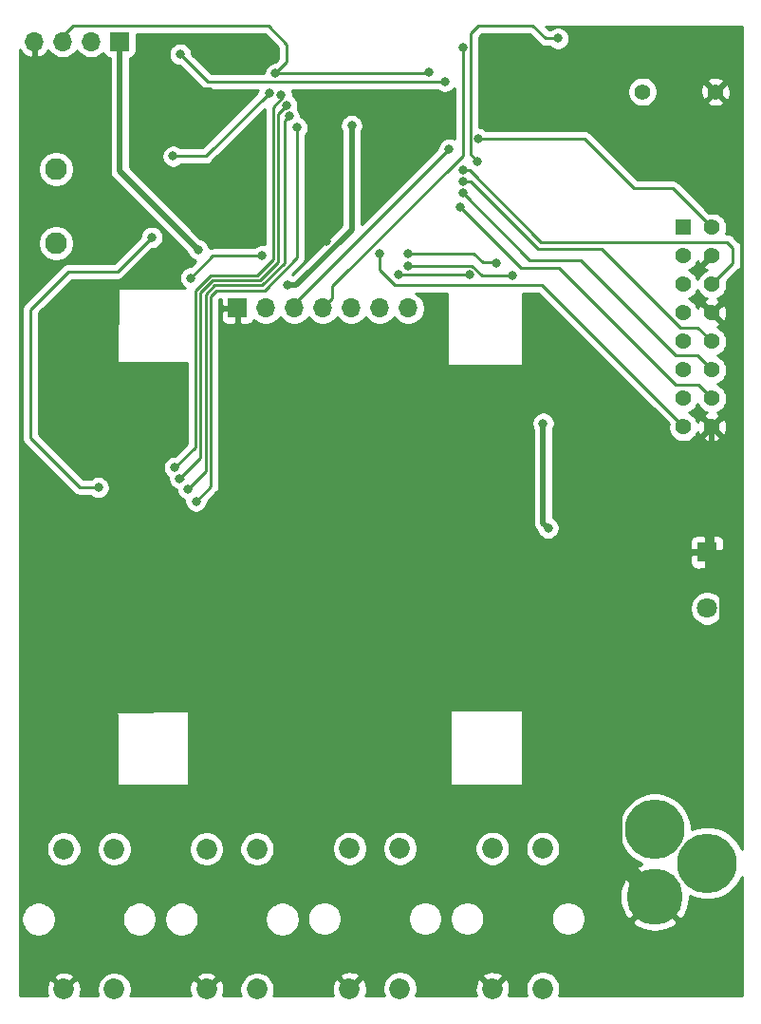
<source format=gbl>
G04 #@! TF.GenerationSoftware,KiCad,Pcbnew,(5.1.10)-1*
G04 #@! TF.CreationDate,2022-02-13T21:23:31+01:00*
G04 #@! TF.ProjectId,LITOS_v3,4c49544f-535f-4763-932e-6b696361645f,rev?*
G04 #@! TF.SameCoordinates,Original*
G04 #@! TF.FileFunction,Copper,L2,Bot*
G04 #@! TF.FilePolarity,Positive*
%FSLAX46Y46*%
G04 Gerber Fmt 4.6, Leading zero omitted, Abs format (unit mm)*
G04 Created by KiCad (PCBNEW (5.1.10)-1) date 2022-02-13 21:23:31*
%MOMM*%
%LPD*%
G01*
G04 APERTURE LIST*
G04 #@! TA.AperFunction,ComponentPad*
%ADD10C,1.410000*%
G04 #@! TD*
G04 #@! TA.AperFunction,ComponentPad*
%ADD11C,1.950000*%
G04 #@! TD*
G04 #@! TA.AperFunction,ComponentPad*
%ADD12C,5.300000*%
G04 #@! TD*
G04 #@! TA.AperFunction,ComponentPad*
%ADD13C,5.000000*%
G04 #@! TD*
G04 #@! TA.AperFunction,ComponentPad*
%ADD14O,1.700000X1.700000*%
G04 #@! TD*
G04 #@! TA.AperFunction,ComponentPad*
%ADD15R,1.700000X1.700000*%
G04 #@! TD*
G04 #@! TA.AperFunction,ComponentPad*
%ADD16C,1.850000*%
G04 #@! TD*
G04 #@! TA.AperFunction,ComponentPad*
%ADD17R,1.425000X1.425000*%
G04 #@! TD*
G04 #@! TA.AperFunction,ComponentPad*
%ADD18C,1.425000*%
G04 #@! TD*
G04 #@! TA.AperFunction,ComponentPad*
%ADD19R,1.800000X1.800000*%
G04 #@! TD*
G04 #@! TA.AperFunction,ComponentPad*
%ADD20C,1.800000*%
G04 #@! TD*
G04 #@! TA.AperFunction,ViaPad*
%ADD21C,0.800000*%
G04 #@! TD*
G04 #@! TA.AperFunction,Conductor*
%ADD22C,1.500000*%
G04 #@! TD*
G04 #@! TA.AperFunction,Conductor*
%ADD23C,0.500000*%
G04 #@! TD*
G04 #@! TA.AperFunction,Conductor*
%ADD24C,0.250000*%
G04 #@! TD*
G04 #@! TA.AperFunction,Conductor*
%ADD25C,0.254000*%
G04 #@! TD*
G04 #@! TA.AperFunction,Conductor*
%ADD26C,0.100000*%
G04 #@! TD*
G04 APERTURE END LIST*
D10*
X117750000Y-56500000D03*
X111250000Y-56500000D03*
D11*
X58925500Y-70000000D03*
X58925500Y-63400000D03*
D12*
X117030000Y-125250000D03*
D13*
X112330000Y-128250000D03*
D12*
X112330000Y-122250000D03*
D14*
X56968500Y-52025000D03*
X59508500Y-52025000D03*
X62048500Y-52025000D03*
D15*
X64588500Y-52025000D03*
D16*
X59600000Y-136500000D03*
X59600000Y-124000000D03*
X64100000Y-136500000D03*
X64100000Y-124000000D03*
X72350000Y-136500000D03*
X72350000Y-124000000D03*
X76850000Y-136500000D03*
X76850000Y-124000000D03*
X85100000Y-136450000D03*
X85100000Y-123950000D03*
X89600000Y-136450000D03*
X89600000Y-123950000D03*
X97850000Y-136450000D03*
X97850000Y-123950000D03*
X102350000Y-136450000D03*
X102350000Y-123950000D03*
D15*
X75100000Y-75800000D03*
D14*
X77640000Y-75800000D03*
X80180000Y-75800000D03*
X82720000Y-75800000D03*
X85260000Y-75800000D03*
X87800000Y-75800000D03*
X90340000Y-75800000D03*
D17*
X114900000Y-68600000D03*
D18*
X114900000Y-71140000D03*
X114900000Y-73680000D03*
X114900000Y-76220000D03*
X114900000Y-78760000D03*
X114900000Y-81300000D03*
X114900000Y-83840000D03*
X114900000Y-86380000D03*
X117440000Y-86380000D03*
X117440000Y-83840000D03*
X117440000Y-81300000D03*
X117440000Y-78760000D03*
X117440000Y-76220000D03*
X117440000Y-73680000D03*
X117440000Y-71140000D03*
X117440000Y-68600000D03*
D19*
X117000000Y-97550000D03*
D20*
X117000000Y-102550000D03*
D21*
X88655000Y-58819500D03*
X91004500Y-58692500D03*
X77950000Y-120950000D03*
X90250000Y-120900000D03*
X104340000Y-108050000D03*
X106200000Y-121300000D03*
X104300000Y-93100000D03*
X104400000Y-99150000D03*
X83025000Y-69800000D03*
X104370000Y-105520000D03*
X64950000Y-121950000D03*
X111500000Y-96700000D03*
X57222500Y-54819000D03*
X59508500Y-56851000D03*
X57286000Y-61931000D03*
X56206500Y-54184000D03*
X71573500Y-67646000D03*
X77288500Y-53866500D03*
X71573500Y-52723500D03*
X70303500Y-56203500D03*
X74753858Y-58316858D03*
X76367750Y-61073750D03*
X80400000Y-59700000D03*
X71400000Y-93000000D03*
X71573500Y-70567000D03*
X102371000Y-86061000D03*
X102815500Y-95395500D03*
X85289500Y-59518000D03*
X79574500Y-73742000D03*
X79700000Y-58700000D03*
X70675000Y-91900000D03*
X77923500Y-56597000D03*
X62683500Y-91776000D03*
X67446000Y-69487500D03*
X69351000Y-62248500D03*
X79483070Y-57723811D03*
X69950000Y-90976921D03*
X79000000Y-56800000D03*
X69499990Y-90000000D03*
X89500000Y-72800000D03*
X95787347Y-72812653D03*
X77288500Y-71138500D03*
X70938500Y-73107000D03*
X93608000Y-55581000D03*
X69993749Y-53175749D03*
X92147500Y-54755500D03*
X78495000Y-54882500D03*
X96500000Y-62700000D03*
X103700000Y-51750000D03*
X96600000Y-60700000D03*
X95200000Y-63500000D03*
X95200000Y-64500003D03*
X95200000Y-65500006D03*
X90300000Y-72000000D03*
X99650000Y-72875000D03*
X95000000Y-66800000D03*
X90300000Y-70900000D03*
X98200000Y-71750000D03*
X87800000Y-70900000D03*
X94000000Y-61600000D03*
X95200000Y-52600000D03*
D22*
X109830001Y-125750001D02*
X112330000Y-128250000D01*
X108729999Y-124649999D02*
X109830001Y-125750001D01*
X118850001Y-110401997D02*
X108729999Y-120521999D01*
X108729999Y-120521999D02*
X108729999Y-124649999D01*
X117000000Y-97550000D02*
X118850001Y-99400001D01*
X118850001Y-106099999D02*
X118850001Y-110401997D01*
X118850001Y-99400001D02*
X118850001Y-106099999D01*
D23*
X111774315Y-97550000D02*
X115600000Y-97550000D01*
X104370000Y-104954315D02*
X111774315Y-97550000D01*
X115600000Y-97550000D02*
X117000000Y-97550000D01*
X104370000Y-105520000D02*
X104370000Y-104954315D01*
X57476500Y-54819000D02*
X59508500Y-56851000D01*
X57222500Y-54819000D02*
X57476500Y-54819000D01*
X76145500Y-52723500D02*
X71573500Y-52723500D01*
X77288500Y-53866500D02*
X76145500Y-52723500D01*
D24*
X72640500Y-56203500D02*
X74753858Y-58316858D01*
X70303500Y-56203500D02*
X72640500Y-56203500D01*
X71573500Y-67646000D02*
X72526000Y-67646000D01*
X76367750Y-63804250D02*
X76367750Y-61073750D01*
X72526000Y-67646000D02*
X76367750Y-63804250D01*
D23*
X117440000Y-97110000D02*
X117000000Y-97550000D01*
X117440000Y-86380000D02*
X117440000Y-97110000D01*
D24*
X80400000Y-71300998D02*
X77500998Y-74200000D01*
X80400000Y-59700000D02*
X80400000Y-71300998D01*
X72740000Y-91660000D02*
X71400000Y-93000000D01*
X77500998Y-74200000D02*
X73260000Y-74200000D01*
X72740000Y-74720000D02*
X72740000Y-91660000D01*
X73260000Y-74200000D02*
X72740000Y-74720000D01*
D23*
X64588500Y-63582000D02*
X71573500Y-70567000D01*
X64588500Y-52025000D02*
X64588500Y-63582000D01*
X102371000Y-94951000D02*
X102815500Y-95395500D01*
X102371000Y-86061000D02*
X102371000Y-94951000D01*
X80341002Y-73742000D02*
X79574500Y-73742000D01*
X85289500Y-68793502D02*
X80341002Y-73742000D01*
X85289500Y-59518000D02*
X85289500Y-68793502D01*
D24*
X79300001Y-59099999D02*
X79300001Y-71764587D01*
X79700000Y-58700000D02*
X79300001Y-59099999D01*
X72289990Y-90285010D02*
X70675000Y-91900000D01*
X79300001Y-71764587D02*
X77314598Y-73749990D01*
X77314598Y-73749990D02*
X73073599Y-73749991D01*
X72289990Y-74533600D02*
X72289990Y-90285010D01*
X73073599Y-73749991D02*
X72289990Y-74533600D01*
X77669500Y-56851000D02*
X77923500Y-56597000D01*
X67446000Y-69487500D02*
X64398000Y-72535500D01*
X64398000Y-72535500D02*
X59997498Y-72535500D01*
X59997498Y-72535500D02*
X56624499Y-75908499D01*
X56624499Y-75908499D02*
X56624499Y-87367999D01*
X56624499Y-87367999D02*
X61032500Y-91776000D01*
X61032500Y-91776000D02*
X62683500Y-91776000D01*
X72272000Y-62248500D02*
X77923500Y-56597000D01*
X69351000Y-62248500D02*
X72272000Y-62248500D01*
X70224990Y-90979914D02*
X69952993Y-90979914D01*
X69952993Y-90979914D02*
X69950000Y-90976921D01*
X71770000Y-89156921D02*
X69950000Y-90976921D01*
X78739084Y-58467797D02*
X78739084Y-71660916D01*
X71770000Y-74417180D02*
X71770000Y-89156921D01*
X77100018Y-73299982D02*
X72887198Y-73299982D01*
X79483070Y-57723811D02*
X78739084Y-58467797D01*
X78739084Y-71660916D02*
X77100018Y-73299982D01*
X72887198Y-73299982D02*
X71770000Y-74417180D01*
X69774980Y-89725010D02*
X69499990Y-90000000D01*
X71319990Y-88180000D02*
X69499990Y-90000000D01*
X71319990Y-74230780D02*
X71319990Y-88180000D01*
X78801190Y-56998810D02*
X79135069Y-56998810D01*
X76850028Y-72849972D02*
X72700798Y-72849972D01*
X79135069Y-56998810D02*
X78276332Y-57857547D01*
X78276332Y-57857547D02*
X78276332Y-71423668D01*
X79000000Y-56800000D02*
X78801190Y-56998810D01*
X78276332Y-71423668D02*
X76850028Y-72849972D01*
X72700798Y-72849972D02*
X71319990Y-74230780D01*
X95774694Y-72800000D02*
X95787347Y-72812653D01*
X89500000Y-72800000D02*
X95774694Y-72800000D01*
X72907000Y-71138500D02*
X77288500Y-71138500D01*
X70938500Y-73107000D02*
X72907000Y-71138500D01*
X72462500Y-55644500D02*
X69993749Y-53175749D01*
X93544500Y-55644500D02*
X72462500Y-55644500D01*
X93608000Y-55581000D02*
X93544500Y-55644500D01*
X92020500Y-54882500D02*
X92147500Y-54755500D01*
X78495000Y-54882500D02*
X92020500Y-54882500D01*
X79511000Y-53866500D02*
X78495000Y-54882500D01*
X79511000Y-52279000D02*
X79511000Y-53866500D01*
X60397500Y-50628000D02*
X77860000Y-50628000D01*
X59508500Y-51517000D02*
X60397500Y-50628000D01*
X77860000Y-50628000D02*
X79511000Y-52279000D01*
X59508500Y-52025000D02*
X59508500Y-51517000D01*
X95874999Y-62074999D02*
X95874999Y-53725001D01*
X96500000Y-62700000D02*
X95874999Y-62074999D01*
X95925001Y-53674999D02*
X95925001Y-51274999D01*
X95874999Y-53725001D02*
X95925001Y-53674999D01*
X95925001Y-51274999D02*
X96600000Y-50600000D01*
X96600000Y-50600000D02*
X101450000Y-50600000D01*
X102600000Y-51750000D02*
X103700000Y-51750000D01*
X101450000Y-50600000D02*
X102600000Y-51750000D01*
X106100000Y-60700000D02*
X110500000Y-65100000D01*
X96600000Y-60700000D02*
X106100000Y-60700000D01*
X113940000Y-65100000D02*
X110500000Y-65100000D01*
X117440000Y-68600000D02*
X113940000Y-65100000D01*
X95200000Y-63500000D02*
X95800000Y-63500000D01*
X95800000Y-63500000D02*
X102200000Y-69900000D01*
X102200000Y-69900000D02*
X118800000Y-69900000D01*
X118800000Y-69900000D02*
X119300000Y-70400000D01*
X119300000Y-71820000D02*
X117440000Y-73680000D01*
X119300000Y-70400000D02*
X119300000Y-71820000D01*
X117440000Y-78760000D02*
X116180000Y-77500000D01*
X114600000Y-77500000D02*
X107600000Y-70500000D01*
X116180000Y-77500000D02*
X114600000Y-77500000D01*
X107600000Y-70500000D02*
X102100000Y-70500000D01*
X102100000Y-70500000D02*
X101900000Y-70500000D01*
X101900000Y-70500000D02*
X95900003Y-64500003D01*
X95900003Y-64500003D02*
X95200000Y-64500003D01*
X95200000Y-65500006D02*
X101199994Y-71500000D01*
X101199994Y-71500000D02*
X105700000Y-71500000D01*
X105700000Y-71500000D02*
X114200000Y-80000000D01*
X116140000Y-80000000D02*
X117440000Y-81300000D01*
X114200000Y-80000000D02*
X116140000Y-80000000D01*
X90300000Y-72000000D02*
X96000000Y-72000000D01*
X96000000Y-72000000D02*
X96900000Y-72900000D01*
X96900000Y-72900000D02*
X99625000Y-72900000D01*
X99625000Y-72900000D02*
X99650000Y-72875000D01*
X95000000Y-66800000D02*
X100400000Y-72200000D01*
X103800000Y-72200000D02*
X103200000Y-72200000D01*
X114200000Y-82600000D02*
X103800000Y-72200000D01*
X100400000Y-72200000D02*
X103200000Y-72200000D01*
X117440000Y-83840000D02*
X116200000Y-82600000D01*
X116200000Y-82600000D02*
X114200000Y-82600000D01*
X96200000Y-70900000D02*
X90300000Y-70900000D01*
X97000000Y-71700000D02*
X96200000Y-70900000D01*
X97000000Y-71700000D02*
X98150000Y-71700000D01*
X98150000Y-71700000D02*
X98200000Y-71750000D01*
X87800000Y-72400000D02*
X89100000Y-73700000D01*
X102270010Y-73750010D02*
X114900000Y-86380000D01*
X87800000Y-70900000D02*
X87800000Y-72400000D01*
X89100000Y-73700000D02*
X97063590Y-73700000D01*
X97063590Y-73700000D02*
X97113600Y-73750010D01*
X97113600Y-73750010D02*
X102270010Y-73750010D01*
X80180000Y-75420000D02*
X80180000Y-75800000D01*
X94000000Y-61600000D02*
X80180000Y-75420000D01*
X83569999Y-74950001D02*
X83569999Y-73830001D01*
X82720000Y-75800000D02*
X83569999Y-74950001D01*
X83569999Y-73830001D02*
X95200000Y-62200000D01*
X95200000Y-62200000D02*
X95200000Y-52600000D01*
D25*
X120090000Y-124053374D02*
X119941129Y-123693969D01*
X119581626Y-123155934D01*
X119124066Y-122698374D01*
X118586031Y-122338871D01*
X117988199Y-122091240D01*
X117353544Y-121965000D01*
X116706456Y-121965000D01*
X116071801Y-122091240D01*
X115615000Y-122280454D01*
X115615000Y-121926456D01*
X115488760Y-121291801D01*
X115241129Y-120693969D01*
X114881626Y-120155934D01*
X114424066Y-119698374D01*
X113886031Y-119338871D01*
X113288199Y-119091240D01*
X112653544Y-118965000D01*
X112006456Y-118965000D01*
X111371801Y-119091240D01*
X110773969Y-119338871D01*
X110235934Y-119698374D01*
X109778374Y-120155934D01*
X109418871Y-120693969D01*
X109171240Y-121291801D01*
X109045000Y-121926456D01*
X109045000Y-122573544D01*
X109171240Y-123208199D01*
X109418871Y-123806031D01*
X109778374Y-124344066D01*
X110235934Y-124801626D01*
X110773969Y-125161129D01*
X111171294Y-125325707D01*
X111121408Y-125340897D01*
X110582627Y-125628882D01*
X110306457Y-126046852D01*
X112330000Y-128070395D01*
X112344143Y-128056253D01*
X112523748Y-128235858D01*
X112509605Y-128250000D01*
X114533148Y-130273543D01*
X114951118Y-129997373D01*
X115241649Y-129452443D01*
X115420287Y-128861304D01*
X115480168Y-128246672D01*
X115471486Y-128159470D01*
X115473969Y-128161129D01*
X116071801Y-128408760D01*
X116706456Y-128535000D01*
X117353544Y-128535000D01*
X117988199Y-128408760D01*
X118586031Y-128161129D01*
X119124066Y-127801626D01*
X119581626Y-127344066D01*
X119941129Y-126806031D01*
X120090000Y-126446626D01*
X120090000Y-137090000D01*
X103773435Y-137090000D01*
X103850050Y-136905035D01*
X103910000Y-136603647D01*
X103910000Y-136296353D01*
X103850050Y-135994965D01*
X103732454Y-135711063D01*
X103561731Y-135455558D01*
X103344442Y-135238269D01*
X103088937Y-135067546D01*
X102805035Y-134949950D01*
X102503647Y-134890000D01*
X102196353Y-134890000D01*
X101894965Y-134949950D01*
X101611063Y-135067546D01*
X101355558Y-135238269D01*
X101138269Y-135455558D01*
X100967546Y-135711063D01*
X100849950Y-135994965D01*
X100790000Y-136296353D01*
X100790000Y-136603647D01*
X100849950Y-136905035D01*
X100926565Y-137090000D01*
X99273272Y-137090000D01*
X99322048Y-136988777D01*
X99398873Y-136691243D01*
X99416176Y-136384438D01*
X99373292Y-136080152D01*
X99271868Y-135790079D01*
X99188653Y-135634393D01*
X98931917Y-135547688D01*
X98029605Y-136450000D01*
X98043748Y-136464143D01*
X97864143Y-136643748D01*
X97850000Y-136629605D01*
X97835858Y-136643748D01*
X97656253Y-136464143D01*
X97670395Y-136450000D01*
X96768083Y-135547688D01*
X96511347Y-135634393D01*
X96377952Y-135911223D01*
X96301127Y-136208757D01*
X96283824Y-136515562D01*
X96326708Y-136819848D01*
X96421167Y-137090000D01*
X91023435Y-137090000D01*
X91100050Y-136905035D01*
X91160000Y-136603647D01*
X91160000Y-136296353D01*
X91100050Y-135994965D01*
X90982454Y-135711063D01*
X90811731Y-135455558D01*
X90724256Y-135368083D01*
X96947688Y-135368083D01*
X97850000Y-136270395D01*
X98752312Y-135368083D01*
X98665607Y-135111347D01*
X98388777Y-134977952D01*
X98091243Y-134901127D01*
X97784438Y-134883824D01*
X97480152Y-134926708D01*
X97190079Y-135028132D01*
X97034393Y-135111347D01*
X96947688Y-135368083D01*
X90724256Y-135368083D01*
X90594442Y-135238269D01*
X90338937Y-135067546D01*
X90055035Y-134949950D01*
X89753647Y-134890000D01*
X89446353Y-134890000D01*
X89144965Y-134949950D01*
X88861063Y-135067546D01*
X88605558Y-135238269D01*
X88388269Y-135455558D01*
X88217546Y-135711063D01*
X88099950Y-135994965D01*
X88040000Y-136296353D01*
X88040000Y-136603647D01*
X88099950Y-136905035D01*
X88176565Y-137090000D01*
X86523272Y-137090000D01*
X86572048Y-136988777D01*
X86648873Y-136691243D01*
X86666176Y-136384438D01*
X86623292Y-136080152D01*
X86521868Y-135790079D01*
X86438653Y-135634393D01*
X86181917Y-135547688D01*
X85279605Y-136450000D01*
X85293748Y-136464143D01*
X85114143Y-136643748D01*
X85100000Y-136629605D01*
X85085858Y-136643748D01*
X84906253Y-136464143D01*
X84920395Y-136450000D01*
X84018083Y-135547688D01*
X83761347Y-135634393D01*
X83627952Y-135911223D01*
X83551127Y-136208757D01*
X83533824Y-136515562D01*
X83576708Y-136819848D01*
X83671167Y-137090000D01*
X78294146Y-137090000D01*
X78350050Y-136955035D01*
X78410000Y-136653647D01*
X78410000Y-136346353D01*
X78350050Y-136044965D01*
X78232454Y-135761063D01*
X78061731Y-135505558D01*
X77924256Y-135368083D01*
X84197688Y-135368083D01*
X85100000Y-136270395D01*
X86002312Y-135368083D01*
X85915607Y-135111347D01*
X85638777Y-134977952D01*
X85341243Y-134901127D01*
X85034438Y-134883824D01*
X84730152Y-134926708D01*
X84440079Y-135028132D01*
X84284393Y-135111347D01*
X84197688Y-135368083D01*
X77924256Y-135368083D01*
X77844442Y-135288269D01*
X77588937Y-135117546D01*
X77305035Y-134999950D01*
X77003647Y-134940000D01*
X76696353Y-134940000D01*
X76394965Y-134999950D01*
X76111063Y-135117546D01*
X75855558Y-135288269D01*
X75638269Y-135505558D01*
X75467546Y-135761063D01*
X75349950Y-136044965D01*
X75290000Y-136346353D01*
X75290000Y-136653647D01*
X75349950Y-136955035D01*
X75405854Y-137090000D01*
X73797365Y-137090000D01*
X73822048Y-137038777D01*
X73898873Y-136741243D01*
X73916176Y-136434438D01*
X73873292Y-136130152D01*
X73771868Y-135840079D01*
X73688653Y-135684393D01*
X73431917Y-135597688D01*
X72529605Y-136500000D01*
X72543748Y-136514143D01*
X72364143Y-136693748D01*
X72350000Y-136679605D01*
X72335858Y-136693748D01*
X72156253Y-136514143D01*
X72170395Y-136500000D01*
X71268083Y-135597688D01*
X71011347Y-135684393D01*
X70877952Y-135961223D01*
X70801127Y-136258757D01*
X70783824Y-136565562D01*
X70826708Y-136869848D01*
X70903684Y-137090000D01*
X65544146Y-137090000D01*
X65600050Y-136955035D01*
X65660000Y-136653647D01*
X65660000Y-136346353D01*
X65600050Y-136044965D01*
X65482454Y-135761063D01*
X65311731Y-135505558D01*
X65224256Y-135418083D01*
X71447688Y-135418083D01*
X72350000Y-136320395D01*
X73252312Y-135418083D01*
X73165607Y-135161347D01*
X72888777Y-135027952D01*
X72591243Y-134951127D01*
X72284438Y-134933824D01*
X71980152Y-134976708D01*
X71690079Y-135078132D01*
X71534393Y-135161347D01*
X71447688Y-135418083D01*
X65224256Y-135418083D01*
X65094442Y-135288269D01*
X64838937Y-135117546D01*
X64555035Y-134999950D01*
X64253647Y-134940000D01*
X63946353Y-134940000D01*
X63644965Y-134999950D01*
X63361063Y-135117546D01*
X63105558Y-135288269D01*
X62888269Y-135505558D01*
X62717546Y-135761063D01*
X62599950Y-136044965D01*
X62540000Y-136346353D01*
X62540000Y-136653647D01*
X62599950Y-136955035D01*
X62655854Y-137090000D01*
X61047365Y-137090000D01*
X61072048Y-137038777D01*
X61148873Y-136741243D01*
X61166176Y-136434438D01*
X61123292Y-136130152D01*
X61021868Y-135840079D01*
X60938653Y-135684393D01*
X60681917Y-135597688D01*
X59779605Y-136500000D01*
X59793748Y-136514143D01*
X59614143Y-136693748D01*
X59600000Y-136679605D01*
X59585858Y-136693748D01*
X59406253Y-136514143D01*
X59420395Y-136500000D01*
X58518083Y-135597688D01*
X58261347Y-135684393D01*
X58127952Y-135961223D01*
X58051127Y-136258757D01*
X58033824Y-136565562D01*
X58076708Y-136869848D01*
X58153684Y-137090000D01*
X55660000Y-137090000D01*
X55660000Y-135418083D01*
X58697688Y-135418083D01*
X59600000Y-136320395D01*
X60502312Y-135418083D01*
X60415607Y-135161347D01*
X60138777Y-135027952D01*
X59841243Y-134951127D01*
X59534438Y-134933824D01*
X59230152Y-134976708D01*
X58940079Y-135078132D01*
X58784393Y-135161347D01*
X58697688Y-135418083D01*
X55660000Y-135418083D01*
X55660000Y-130098816D01*
X55815000Y-130098816D01*
X55815000Y-130401184D01*
X55873989Y-130697743D01*
X55989701Y-130977095D01*
X56157688Y-131228505D01*
X56371495Y-131442312D01*
X56622905Y-131610299D01*
X56902257Y-131726011D01*
X57198816Y-131785000D01*
X57501184Y-131785000D01*
X57797743Y-131726011D01*
X58077095Y-131610299D01*
X58328505Y-131442312D01*
X58542312Y-131228505D01*
X58710299Y-130977095D01*
X58826011Y-130697743D01*
X58885000Y-130401184D01*
X58885000Y-130098816D01*
X64815000Y-130098816D01*
X64815000Y-130401184D01*
X64873989Y-130697743D01*
X64989701Y-130977095D01*
X65157688Y-131228505D01*
X65371495Y-131442312D01*
X65622905Y-131610299D01*
X65902257Y-131726011D01*
X66198816Y-131785000D01*
X66501184Y-131785000D01*
X66797743Y-131726011D01*
X67077095Y-131610299D01*
X67328505Y-131442312D01*
X67542312Y-131228505D01*
X67710299Y-130977095D01*
X67826011Y-130697743D01*
X67885000Y-130401184D01*
X67885000Y-130098816D01*
X68565000Y-130098816D01*
X68565000Y-130401184D01*
X68623989Y-130697743D01*
X68739701Y-130977095D01*
X68907688Y-131228505D01*
X69121495Y-131442312D01*
X69372905Y-131610299D01*
X69652257Y-131726011D01*
X69948816Y-131785000D01*
X70251184Y-131785000D01*
X70547743Y-131726011D01*
X70827095Y-131610299D01*
X71078505Y-131442312D01*
X71292312Y-131228505D01*
X71460299Y-130977095D01*
X71576011Y-130697743D01*
X71635000Y-130401184D01*
X71635000Y-130098816D01*
X77565000Y-130098816D01*
X77565000Y-130401184D01*
X77623989Y-130697743D01*
X77739701Y-130977095D01*
X77907688Y-131228505D01*
X78121495Y-131442312D01*
X78372905Y-131610299D01*
X78652257Y-131726011D01*
X78948816Y-131785000D01*
X79251184Y-131785000D01*
X79547743Y-131726011D01*
X79827095Y-131610299D01*
X80078505Y-131442312D01*
X80292312Y-131228505D01*
X80460299Y-130977095D01*
X80576011Y-130697743D01*
X80635000Y-130401184D01*
X80635000Y-130098816D01*
X80625055Y-130048816D01*
X81315000Y-130048816D01*
X81315000Y-130351184D01*
X81373989Y-130647743D01*
X81489701Y-130927095D01*
X81657688Y-131178505D01*
X81871495Y-131392312D01*
X82122905Y-131560299D01*
X82402257Y-131676011D01*
X82698816Y-131735000D01*
X83001184Y-131735000D01*
X83297743Y-131676011D01*
X83577095Y-131560299D01*
X83828505Y-131392312D01*
X84042312Y-131178505D01*
X84210299Y-130927095D01*
X84326011Y-130647743D01*
X84385000Y-130351184D01*
X84385000Y-130048816D01*
X90315000Y-130048816D01*
X90315000Y-130351184D01*
X90373989Y-130647743D01*
X90489701Y-130927095D01*
X90657688Y-131178505D01*
X90871495Y-131392312D01*
X91122905Y-131560299D01*
X91402257Y-131676011D01*
X91698816Y-131735000D01*
X92001184Y-131735000D01*
X92297743Y-131676011D01*
X92577095Y-131560299D01*
X92828505Y-131392312D01*
X93042312Y-131178505D01*
X93210299Y-130927095D01*
X93326011Y-130647743D01*
X93385000Y-130351184D01*
X93385000Y-130048816D01*
X94065000Y-130048816D01*
X94065000Y-130351184D01*
X94123989Y-130647743D01*
X94239701Y-130927095D01*
X94407688Y-131178505D01*
X94621495Y-131392312D01*
X94872905Y-131560299D01*
X95152257Y-131676011D01*
X95448816Y-131735000D01*
X95751184Y-131735000D01*
X96047743Y-131676011D01*
X96327095Y-131560299D01*
X96578505Y-131392312D01*
X96792312Y-131178505D01*
X96960299Y-130927095D01*
X97076011Y-130647743D01*
X97135000Y-130351184D01*
X97135000Y-130048816D01*
X103065000Y-130048816D01*
X103065000Y-130351184D01*
X103123989Y-130647743D01*
X103239701Y-130927095D01*
X103407688Y-131178505D01*
X103621495Y-131392312D01*
X103872905Y-131560299D01*
X104152257Y-131676011D01*
X104448816Y-131735000D01*
X104751184Y-131735000D01*
X105047743Y-131676011D01*
X105327095Y-131560299D01*
X105578505Y-131392312D01*
X105792312Y-131178505D01*
X105960299Y-130927095D01*
X106076011Y-130647743D01*
X106114718Y-130453148D01*
X110306457Y-130453148D01*
X110582627Y-130871118D01*
X111127557Y-131161649D01*
X111718696Y-131340287D01*
X112333328Y-131400168D01*
X112947831Y-131338990D01*
X113538592Y-131159103D01*
X114077373Y-130871118D01*
X114353543Y-130453148D01*
X112330000Y-128429605D01*
X110306457Y-130453148D01*
X106114718Y-130453148D01*
X106135000Y-130351184D01*
X106135000Y-130048816D01*
X106076011Y-129752257D01*
X105960299Y-129472905D01*
X105792312Y-129221495D01*
X105578505Y-129007688D01*
X105327095Y-128839701D01*
X105047743Y-128723989D01*
X104751184Y-128665000D01*
X104448816Y-128665000D01*
X104152257Y-128723989D01*
X103872905Y-128839701D01*
X103621495Y-129007688D01*
X103407688Y-129221495D01*
X103239701Y-129472905D01*
X103123989Y-129752257D01*
X103065000Y-130048816D01*
X97135000Y-130048816D01*
X97076011Y-129752257D01*
X96960299Y-129472905D01*
X96792312Y-129221495D01*
X96578505Y-129007688D01*
X96327095Y-128839701D01*
X96047743Y-128723989D01*
X95751184Y-128665000D01*
X95448816Y-128665000D01*
X95152257Y-128723989D01*
X94872905Y-128839701D01*
X94621495Y-129007688D01*
X94407688Y-129221495D01*
X94239701Y-129472905D01*
X94123989Y-129752257D01*
X94065000Y-130048816D01*
X93385000Y-130048816D01*
X93326011Y-129752257D01*
X93210299Y-129472905D01*
X93042312Y-129221495D01*
X92828505Y-129007688D01*
X92577095Y-128839701D01*
X92297743Y-128723989D01*
X92001184Y-128665000D01*
X91698816Y-128665000D01*
X91402257Y-128723989D01*
X91122905Y-128839701D01*
X90871495Y-129007688D01*
X90657688Y-129221495D01*
X90489701Y-129472905D01*
X90373989Y-129752257D01*
X90315000Y-130048816D01*
X84385000Y-130048816D01*
X84326011Y-129752257D01*
X84210299Y-129472905D01*
X84042312Y-129221495D01*
X83828505Y-129007688D01*
X83577095Y-128839701D01*
X83297743Y-128723989D01*
X83001184Y-128665000D01*
X82698816Y-128665000D01*
X82402257Y-128723989D01*
X82122905Y-128839701D01*
X81871495Y-129007688D01*
X81657688Y-129221495D01*
X81489701Y-129472905D01*
X81373989Y-129752257D01*
X81315000Y-130048816D01*
X80625055Y-130048816D01*
X80576011Y-129802257D01*
X80460299Y-129522905D01*
X80292312Y-129271495D01*
X80078505Y-129057688D01*
X79827095Y-128889701D01*
X79547743Y-128773989D01*
X79251184Y-128715000D01*
X78948816Y-128715000D01*
X78652257Y-128773989D01*
X78372905Y-128889701D01*
X78121495Y-129057688D01*
X77907688Y-129271495D01*
X77739701Y-129522905D01*
X77623989Y-129802257D01*
X77565000Y-130098816D01*
X71635000Y-130098816D01*
X71576011Y-129802257D01*
X71460299Y-129522905D01*
X71292312Y-129271495D01*
X71078505Y-129057688D01*
X70827095Y-128889701D01*
X70547743Y-128773989D01*
X70251184Y-128715000D01*
X69948816Y-128715000D01*
X69652257Y-128773989D01*
X69372905Y-128889701D01*
X69121495Y-129057688D01*
X68907688Y-129271495D01*
X68739701Y-129522905D01*
X68623989Y-129802257D01*
X68565000Y-130098816D01*
X67885000Y-130098816D01*
X67826011Y-129802257D01*
X67710299Y-129522905D01*
X67542312Y-129271495D01*
X67328505Y-129057688D01*
X67077095Y-128889701D01*
X66797743Y-128773989D01*
X66501184Y-128715000D01*
X66198816Y-128715000D01*
X65902257Y-128773989D01*
X65622905Y-128889701D01*
X65371495Y-129057688D01*
X65157688Y-129271495D01*
X64989701Y-129522905D01*
X64873989Y-129802257D01*
X64815000Y-130098816D01*
X58885000Y-130098816D01*
X58826011Y-129802257D01*
X58710299Y-129522905D01*
X58542312Y-129271495D01*
X58328505Y-129057688D01*
X58077095Y-128889701D01*
X57797743Y-128773989D01*
X57501184Y-128715000D01*
X57198816Y-128715000D01*
X56902257Y-128773989D01*
X56622905Y-128889701D01*
X56371495Y-129057688D01*
X56157688Y-129271495D01*
X55989701Y-129522905D01*
X55873989Y-129802257D01*
X55815000Y-130098816D01*
X55660000Y-130098816D01*
X55660000Y-128253328D01*
X109179832Y-128253328D01*
X109241010Y-128867831D01*
X109420897Y-129458592D01*
X109708882Y-129997373D01*
X110126852Y-130273543D01*
X112150395Y-128250000D01*
X110126852Y-126226457D01*
X109708882Y-126502627D01*
X109418351Y-127047557D01*
X109239713Y-127638696D01*
X109179832Y-128253328D01*
X55660000Y-128253328D01*
X55660000Y-123846353D01*
X58040000Y-123846353D01*
X58040000Y-124153647D01*
X58099950Y-124455035D01*
X58217546Y-124738937D01*
X58388269Y-124994442D01*
X58605558Y-125211731D01*
X58861063Y-125382454D01*
X59144965Y-125500050D01*
X59446353Y-125560000D01*
X59753647Y-125560000D01*
X60055035Y-125500050D01*
X60338937Y-125382454D01*
X60594442Y-125211731D01*
X60811731Y-124994442D01*
X60982454Y-124738937D01*
X61100050Y-124455035D01*
X61160000Y-124153647D01*
X61160000Y-123846353D01*
X62540000Y-123846353D01*
X62540000Y-124153647D01*
X62599950Y-124455035D01*
X62717546Y-124738937D01*
X62888269Y-124994442D01*
X63105558Y-125211731D01*
X63361063Y-125382454D01*
X63644965Y-125500050D01*
X63946353Y-125560000D01*
X64253647Y-125560000D01*
X64555035Y-125500050D01*
X64838937Y-125382454D01*
X65094442Y-125211731D01*
X65311731Y-124994442D01*
X65482454Y-124738937D01*
X65600050Y-124455035D01*
X65660000Y-124153647D01*
X65660000Y-123846353D01*
X70790000Y-123846353D01*
X70790000Y-124153647D01*
X70849950Y-124455035D01*
X70967546Y-124738937D01*
X71138269Y-124994442D01*
X71355558Y-125211731D01*
X71611063Y-125382454D01*
X71894965Y-125500050D01*
X72196353Y-125560000D01*
X72503647Y-125560000D01*
X72805035Y-125500050D01*
X73088937Y-125382454D01*
X73344442Y-125211731D01*
X73561731Y-124994442D01*
X73732454Y-124738937D01*
X73850050Y-124455035D01*
X73910000Y-124153647D01*
X73910000Y-123846353D01*
X75290000Y-123846353D01*
X75290000Y-124153647D01*
X75349950Y-124455035D01*
X75467546Y-124738937D01*
X75638269Y-124994442D01*
X75855558Y-125211731D01*
X76111063Y-125382454D01*
X76394965Y-125500050D01*
X76696353Y-125560000D01*
X77003647Y-125560000D01*
X77305035Y-125500050D01*
X77588937Y-125382454D01*
X77844442Y-125211731D01*
X78061731Y-124994442D01*
X78232454Y-124738937D01*
X78350050Y-124455035D01*
X78410000Y-124153647D01*
X78410000Y-123846353D01*
X78400055Y-123796353D01*
X83540000Y-123796353D01*
X83540000Y-124103647D01*
X83599950Y-124405035D01*
X83717546Y-124688937D01*
X83888269Y-124944442D01*
X84105558Y-125161731D01*
X84361063Y-125332454D01*
X84644965Y-125450050D01*
X84946353Y-125510000D01*
X85253647Y-125510000D01*
X85555035Y-125450050D01*
X85838937Y-125332454D01*
X86094442Y-125161731D01*
X86311731Y-124944442D01*
X86482454Y-124688937D01*
X86600050Y-124405035D01*
X86660000Y-124103647D01*
X86660000Y-123796353D01*
X88040000Y-123796353D01*
X88040000Y-124103647D01*
X88099950Y-124405035D01*
X88217546Y-124688937D01*
X88388269Y-124944442D01*
X88605558Y-125161731D01*
X88861063Y-125332454D01*
X89144965Y-125450050D01*
X89446353Y-125510000D01*
X89753647Y-125510000D01*
X90055035Y-125450050D01*
X90338937Y-125332454D01*
X90594442Y-125161731D01*
X90811731Y-124944442D01*
X90982454Y-124688937D01*
X91100050Y-124405035D01*
X91160000Y-124103647D01*
X91160000Y-123796353D01*
X96290000Y-123796353D01*
X96290000Y-124103647D01*
X96349950Y-124405035D01*
X96467546Y-124688937D01*
X96638269Y-124944442D01*
X96855558Y-125161731D01*
X97111063Y-125332454D01*
X97394965Y-125450050D01*
X97696353Y-125510000D01*
X98003647Y-125510000D01*
X98305035Y-125450050D01*
X98588937Y-125332454D01*
X98844442Y-125161731D01*
X99061731Y-124944442D01*
X99232454Y-124688937D01*
X99350050Y-124405035D01*
X99410000Y-124103647D01*
X99410000Y-123796353D01*
X100790000Y-123796353D01*
X100790000Y-124103647D01*
X100849950Y-124405035D01*
X100967546Y-124688937D01*
X101138269Y-124944442D01*
X101355558Y-125161731D01*
X101611063Y-125332454D01*
X101894965Y-125450050D01*
X102196353Y-125510000D01*
X102503647Y-125510000D01*
X102805035Y-125450050D01*
X103088937Y-125332454D01*
X103344442Y-125161731D01*
X103561731Y-124944442D01*
X103732454Y-124688937D01*
X103850050Y-124405035D01*
X103910000Y-124103647D01*
X103910000Y-123796353D01*
X103850050Y-123494965D01*
X103732454Y-123211063D01*
X103561731Y-122955558D01*
X103344442Y-122738269D01*
X103088937Y-122567546D01*
X102805035Y-122449950D01*
X102503647Y-122390000D01*
X102196353Y-122390000D01*
X101894965Y-122449950D01*
X101611063Y-122567546D01*
X101355558Y-122738269D01*
X101138269Y-122955558D01*
X100967546Y-123211063D01*
X100849950Y-123494965D01*
X100790000Y-123796353D01*
X99410000Y-123796353D01*
X99350050Y-123494965D01*
X99232454Y-123211063D01*
X99061731Y-122955558D01*
X98844442Y-122738269D01*
X98588937Y-122567546D01*
X98305035Y-122449950D01*
X98003647Y-122390000D01*
X97696353Y-122390000D01*
X97394965Y-122449950D01*
X97111063Y-122567546D01*
X96855558Y-122738269D01*
X96638269Y-122955558D01*
X96467546Y-123211063D01*
X96349950Y-123494965D01*
X96290000Y-123796353D01*
X91160000Y-123796353D01*
X91100050Y-123494965D01*
X90982454Y-123211063D01*
X90811731Y-122955558D01*
X90594442Y-122738269D01*
X90338937Y-122567546D01*
X90055035Y-122449950D01*
X89753647Y-122390000D01*
X89446353Y-122390000D01*
X89144965Y-122449950D01*
X88861063Y-122567546D01*
X88605558Y-122738269D01*
X88388269Y-122955558D01*
X88217546Y-123211063D01*
X88099950Y-123494965D01*
X88040000Y-123796353D01*
X86660000Y-123796353D01*
X86600050Y-123494965D01*
X86482454Y-123211063D01*
X86311731Y-122955558D01*
X86094442Y-122738269D01*
X85838937Y-122567546D01*
X85555035Y-122449950D01*
X85253647Y-122390000D01*
X84946353Y-122390000D01*
X84644965Y-122449950D01*
X84361063Y-122567546D01*
X84105558Y-122738269D01*
X83888269Y-122955558D01*
X83717546Y-123211063D01*
X83599950Y-123494965D01*
X83540000Y-123796353D01*
X78400055Y-123796353D01*
X78350050Y-123544965D01*
X78232454Y-123261063D01*
X78061731Y-123005558D01*
X77844442Y-122788269D01*
X77588937Y-122617546D01*
X77305035Y-122499950D01*
X77003647Y-122440000D01*
X76696353Y-122440000D01*
X76394965Y-122499950D01*
X76111063Y-122617546D01*
X75855558Y-122788269D01*
X75638269Y-123005558D01*
X75467546Y-123261063D01*
X75349950Y-123544965D01*
X75290000Y-123846353D01*
X73910000Y-123846353D01*
X73850050Y-123544965D01*
X73732454Y-123261063D01*
X73561731Y-123005558D01*
X73344442Y-122788269D01*
X73088937Y-122617546D01*
X72805035Y-122499950D01*
X72503647Y-122440000D01*
X72196353Y-122440000D01*
X71894965Y-122499950D01*
X71611063Y-122617546D01*
X71355558Y-122788269D01*
X71138269Y-123005558D01*
X70967546Y-123261063D01*
X70849950Y-123544965D01*
X70790000Y-123846353D01*
X65660000Y-123846353D01*
X65600050Y-123544965D01*
X65482454Y-123261063D01*
X65311731Y-123005558D01*
X65094442Y-122788269D01*
X64838937Y-122617546D01*
X64555035Y-122499950D01*
X64253647Y-122440000D01*
X63946353Y-122440000D01*
X63644965Y-122499950D01*
X63361063Y-122617546D01*
X63105558Y-122788269D01*
X62888269Y-123005558D01*
X62717546Y-123261063D01*
X62599950Y-123544965D01*
X62540000Y-123846353D01*
X61160000Y-123846353D01*
X61100050Y-123544965D01*
X60982454Y-123261063D01*
X60811731Y-123005558D01*
X60594442Y-122788269D01*
X60338937Y-122617546D01*
X60055035Y-122499950D01*
X59753647Y-122440000D01*
X59446353Y-122440000D01*
X59144965Y-122499950D01*
X58861063Y-122617546D01*
X58605558Y-122788269D01*
X58388269Y-123005558D01*
X58217546Y-123261063D01*
X58099950Y-123544965D01*
X58040000Y-123846353D01*
X55660000Y-123846353D01*
X55660000Y-111888917D01*
X64276281Y-111888917D01*
X64278721Y-111913693D01*
X64285948Y-111937518D01*
X64297684Y-111959474D01*
X64313478Y-111978720D01*
X64332724Y-111994514D01*
X64345866Y-112001539D01*
X64323001Y-118219533D01*
X64325521Y-118245180D01*
X64332825Y-118268981D01*
X64344633Y-118290899D01*
X64360489Y-118310093D01*
X64379785Y-118325825D01*
X64401780Y-118337490D01*
X64425627Y-118344639D01*
X64450412Y-118346999D01*
X70620412Y-118326999D01*
X70644386Y-118324637D01*
X70668233Y-118317484D01*
X70690227Y-118305817D01*
X70709521Y-118290083D01*
X70725375Y-118270888D01*
X70737180Y-118248968D01*
X70744482Y-118225166D01*
X70746999Y-118200397D01*
X70766999Y-111810397D01*
X70764236Y-111783650D01*
X70756708Y-111759919D01*
X70744695Y-111738112D01*
X70728659Y-111719068D01*
X70709216Y-111703519D01*
X70702427Y-111700000D01*
X94073000Y-111700000D01*
X94073000Y-118200000D01*
X94075440Y-118224776D01*
X94082667Y-118248601D01*
X94094403Y-118270557D01*
X94110197Y-118289803D01*
X94129443Y-118305597D01*
X94151399Y-118317333D01*
X94175224Y-118324560D01*
X94200000Y-118327000D01*
X100400000Y-118327000D01*
X100424776Y-118324560D01*
X100448601Y-118317333D01*
X100470557Y-118305597D01*
X100489803Y-118289803D01*
X100505597Y-118270557D01*
X100517333Y-118248601D01*
X100524560Y-118224776D01*
X100527000Y-118200000D01*
X100527000Y-111700000D01*
X100524560Y-111675224D01*
X100517333Y-111651399D01*
X100505597Y-111629443D01*
X100489803Y-111610197D01*
X100470557Y-111594403D01*
X100448601Y-111582667D01*
X100424776Y-111575440D01*
X100400000Y-111573000D01*
X94200000Y-111573000D01*
X94175224Y-111575440D01*
X94151399Y-111582667D01*
X94129443Y-111594403D01*
X94110197Y-111610197D01*
X94094403Y-111629443D01*
X94082667Y-111651399D01*
X94075440Y-111675224D01*
X94073000Y-111700000D01*
X70702427Y-111700000D01*
X70687112Y-111692062D01*
X70663198Y-111685137D01*
X70638393Y-111683010D01*
X64401674Y-111761927D01*
X64378505Y-111764357D01*
X64354680Y-111771584D01*
X64332724Y-111783320D01*
X64313478Y-111799114D01*
X64297684Y-111818360D01*
X64285948Y-111840316D01*
X64278721Y-111864141D01*
X64276281Y-111888917D01*
X55660000Y-111888917D01*
X55660000Y-102398816D01*
X115465000Y-102398816D01*
X115465000Y-102701184D01*
X115523989Y-102997743D01*
X115639701Y-103277095D01*
X115807688Y-103528505D01*
X116021495Y-103742312D01*
X116272905Y-103910299D01*
X116552257Y-104026011D01*
X116848816Y-104085000D01*
X117151184Y-104085000D01*
X117447743Y-104026011D01*
X117727095Y-103910299D01*
X117978505Y-103742312D01*
X118192312Y-103528505D01*
X118360299Y-103277095D01*
X118476011Y-102997743D01*
X118535000Y-102701184D01*
X118535000Y-102398816D01*
X118476011Y-102102257D01*
X118360299Y-101822905D01*
X118192312Y-101571495D01*
X117978505Y-101357688D01*
X117727095Y-101189701D01*
X117447743Y-101073989D01*
X117151184Y-101015000D01*
X116848816Y-101015000D01*
X116552257Y-101073989D01*
X116272905Y-101189701D01*
X116021495Y-101357688D01*
X115807688Y-101571495D01*
X115639701Y-101822905D01*
X115523989Y-102102257D01*
X115465000Y-102398816D01*
X55660000Y-102398816D01*
X55660000Y-98450000D01*
X115461928Y-98450000D01*
X115474188Y-98574482D01*
X115510498Y-98694180D01*
X115569463Y-98804494D01*
X115648815Y-98901185D01*
X115745506Y-98980537D01*
X115855820Y-99039502D01*
X115975518Y-99075812D01*
X116100000Y-99088072D01*
X116714250Y-99085000D01*
X116873000Y-98926250D01*
X116873000Y-97677000D01*
X117127000Y-97677000D01*
X117127000Y-98926250D01*
X117285750Y-99085000D01*
X117900000Y-99088072D01*
X118024482Y-99075812D01*
X118144180Y-99039502D01*
X118254494Y-98980537D01*
X118351185Y-98901185D01*
X118430537Y-98804494D01*
X118489502Y-98694180D01*
X118525812Y-98574482D01*
X118538072Y-98450000D01*
X118535000Y-97835750D01*
X118376250Y-97677000D01*
X117127000Y-97677000D01*
X116873000Y-97677000D01*
X115623750Y-97677000D01*
X115465000Y-97835750D01*
X115461928Y-98450000D01*
X55660000Y-98450000D01*
X55660000Y-96650000D01*
X115461928Y-96650000D01*
X115465000Y-97264250D01*
X115623750Y-97423000D01*
X116873000Y-97423000D01*
X116873000Y-96173750D01*
X117127000Y-96173750D01*
X117127000Y-97423000D01*
X118376250Y-97423000D01*
X118535000Y-97264250D01*
X118538072Y-96650000D01*
X118525812Y-96525518D01*
X118489502Y-96405820D01*
X118430537Y-96295506D01*
X118351185Y-96198815D01*
X118254494Y-96119463D01*
X118144180Y-96060498D01*
X118024482Y-96024188D01*
X117900000Y-96011928D01*
X117285750Y-96015000D01*
X117127000Y-96173750D01*
X116873000Y-96173750D01*
X116714250Y-96015000D01*
X116100000Y-96011928D01*
X115975518Y-96024188D01*
X115855820Y-96060498D01*
X115745506Y-96119463D01*
X115648815Y-96198815D01*
X115569463Y-96295506D01*
X115510498Y-96405820D01*
X115474188Y-96525518D01*
X115461928Y-96650000D01*
X55660000Y-96650000D01*
X55660000Y-75908499D01*
X55860823Y-75908499D01*
X55864499Y-75945821D01*
X55864500Y-87330667D01*
X55860823Y-87367999D01*
X55864500Y-87405332D01*
X55875497Y-87516985D01*
X55888679Y-87560441D01*
X55918953Y-87660245D01*
X55989525Y-87792275D01*
X56060700Y-87879001D01*
X56084499Y-87908000D01*
X56113497Y-87931798D01*
X60468701Y-92287003D01*
X60492499Y-92316001D01*
X60608224Y-92410974D01*
X60740253Y-92481546D01*
X60883514Y-92525003D01*
X60995167Y-92536000D01*
X60995175Y-92536000D01*
X61032500Y-92539676D01*
X61069825Y-92536000D01*
X61979789Y-92536000D01*
X62023726Y-92579937D01*
X62193244Y-92693205D01*
X62381602Y-92771226D01*
X62581561Y-92811000D01*
X62785439Y-92811000D01*
X62985398Y-92771226D01*
X63173756Y-92693205D01*
X63343274Y-92579937D01*
X63487437Y-92435774D01*
X63600705Y-92266256D01*
X63678726Y-92077898D01*
X63718500Y-91877939D01*
X63718500Y-91674061D01*
X63678726Y-91474102D01*
X63600705Y-91285744D01*
X63487437Y-91116226D01*
X63343274Y-90972063D01*
X63173756Y-90858795D01*
X62985398Y-90780774D01*
X62785439Y-90741000D01*
X62581561Y-90741000D01*
X62381602Y-90780774D01*
X62193244Y-90858795D01*
X62023726Y-90972063D01*
X61979789Y-91016000D01*
X61347302Y-91016000D01*
X57384499Y-87053198D01*
X57384499Y-76223300D01*
X60312300Y-73295500D01*
X64360678Y-73295500D01*
X64398000Y-73299176D01*
X64435322Y-73295500D01*
X64435333Y-73295500D01*
X64546986Y-73284503D01*
X64690247Y-73241046D01*
X64822276Y-73170474D01*
X64938001Y-73075501D01*
X64961804Y-73046497D01*
X67485802Y-70522500D01*
X67547939Y-70522500D01*
X67747898Y-70482726D01*
X67936256Y-70404705D01*
X68105774Y-70291437D01*
X68249937Y-70147274D01*
X68363205Y-69977756D01*
X68441226Y-69789398D01*
X68481000Y-69589439D01*
X68481000Y-69385561D01*
X68441226Y-69185602D01*
X68363205Y-68997244D01*
X68249937Y-68827726D01*
X68105774Y-68683563D01*
X67936256Y-68570295D01*
X67747898Y-68492274D01*
X67547939Y-68452500D01*
X67344061Y-68452500D01*
X67144102Y-68492274D01*
X66955744Y-68570295D01*
X66786226Y-68683563D01*
X66642063Y-68827726D01*
X66528795Y-68997244D01*
X66450774Y-69185602D01*
X66411000Y-69385561D01*
X66411000Y-69447698D01*
X64083199Y-71775500D01*
X60034821Y-71775500D01*
X59997498Y-71771824D01*
X59960175Y-71775500D01*
X59960165Y-71775500D01*
X59848512Y-71786497D01*
X59706355Y-71829619D01*
X59705251Y-71829954D01*
X59573221Y-71900526D01*
X59503439Y-71957795D01*
X59457497Y-71995499D01*
X59433699Y-72024497D01*
X56113502Y-75344695D01*
X56084498Y-75368498D01*
X56029370Y-75435673D01*
X55989525Y-75484223D01*
X55937412Y-75581719D01*
X55918953Y-75616253D01*
X55875496Y-75759514D01*
X55864499Y-75871167D01*
X55864499Y-75871177D01*
X55860823Y-75908499D01*
X55660000Y-75908499D01*
X55660000Y-69841429D01*
X57315500Y-69841429D01*
X57315500Y-70158571D01*
X57377371Y-70469620D01*
X57498737Y-70762621D01*
X57674931Y-71026315D01*
X57899185Y-71250569D01*
X58162879Y-71426763D01*
X58455880Y-71548129D01*
X58766929Y-71610000D01*
X59084071Y-71610000D01*
X59395120Y-71548129D01*
X59688121Y-71426763D01*
X59951815Y-71250569D01*
X60176069Y-71026315D01*
X60352263Y-70762621D01*
X60473629Y-70469620D01*
X60535500Y-70158571D01*
X60535500Y-69841429D01*
X60473629Y-69530380D01*
X60352263Y-69237379D01*
X60176069Y-68973685D01*
X59951815Y-68749431D01*
X59688121Y-68573237D01*
X59395120Y-68451871D01*
X59084071Y-68390000D01*
X58766929Y-68390000D01*
X58455880Y-68451871D01*
X58162879Y-68573237D01*
X57899185Y-68749431D01*
X57674931Y-68973685D01*
X57498737Y-69237379D01*
X57377371Y-69530380D01*
X57315500Y-69841429D01*
X55660000Y-69841429D01*
X55660000Y-63241429D01*
X57315500Y-63241429D01*
X57315500Y-63558571D01*
X57377371Y-63869620D01*
X57498737Y-64162621D01*
X57674931Y-64426315D01*
X57899185Y-64650569D01*
X58162879Y-64826763D01*
X58455880Y-64948129D01*
X58766929Y-65010000D01*
X59084071Y-65010000D01*
X59395120Y-64948129D01*
X59688121Y-64826763D01*
X59951815Y-64650569D01*
X60176069Y-64426315D01*
X60352263Y-64162621D01*
X60473629Y-63869620D01*
X60535500Y-63558571D01*
X60535500Y-63241429D01*
X60473629Y-62930380D01*
X60352263Y-62637379D01*
X60176069Y-62373685D01*
X59951815Y-62149431D01*
X59688121Y-61973237D01*
X59395120Y-61851871D01*
X59084071Y-61790000D01*
X58766929Y-61790000D01*
X58455880Y-61851871D01*
X58162879Y-61973237D01*
X57899185Y-62149431D01*
X57674931Y-62373685D01*
X57498737Y-62637379D01*
X57377371Y-62930380D01*
X57315500Y-63241429D01*
X55660000Y-63241429D01*
X55660000Y-52716112D01*
X55773322Y-52906355D01*
X55968231Y-53122588D01*
X56201580Y-53296641D01*
X56464401Y-53421825D01*
X56611610Y-53466476D01*
X56841500Y-53345155D01*
X56841500Y-52152000D01*
X56821500Y-52152000D01*
X56821500Y-51898000D01*
X56841500Y-51898000D01*
X56841500Y-51878000D01*
X57095500Y-51878000D01*
X57095500Y-51898000D01*
X57115500Y-51898000D01*
X57115500Y-52152000D01*
X57095500Y-52152000D01*
X57095500Y-53345155D01*
X57325390Y-53466476D01*
X57472599Y-53421825D01*
X57735420Y-53296641D01*
X57968769Y-53122588D01*
X58163678Y-52906355D01*
X58233305Y-52789466D01*
X58355025Y-52971632D01*
X58561868Y-53178475D01*
X58805089Y-53340990D01*
X59075342Y-53452932D01*
X59362240Y-53510000D01*
X59654760Y-53510000D01*
X59941658Y-53452932D01*
X60211911Y-53340990D01*
X60455132Y-53178475D01*
X60661975Y-52971632D01*
X60778500Y-52797240D01*
X60895025Y-52971632D01*
X61101868Y-53178475D01*
X61345089Y-53340990D01*
X61615342Y-53452932D01*
X61902240Y-53510000D01*
X62194760Y-53510000D01*
X62481658Y-53452932D01*
X62751911Y-53340990D01*
X62995132Y-53178475D01*
X63126987Y-53046620D01*
X63148998Y-53119180D01*
X63207963Y-53229494D01*
X63287315Y-53326185D01*
X63384006Y-53405537D01*
X63494320Y-53464502D01*
X63614018Y-53500812D01*
X63703500Y-53509625D01*
X63703501Y-63538521D01*
X63699219Y-63582000D01*
X63716305Y-63755490D01*
X63766912Y-63922313D01*
X63849090Y-64076059D01*
X63931968Y-64177046D01*
X63931971Y-64177049D01*
X63959684Y-64210817D01*
X63993452Y-64238530D01*
X70566965Y-70812044D01*
X70578274Y-70868898D01*
X70656295Y-71057256D01*
X70769563Y-71226774D01*
X70913726Y-71370937D01*
X71083244Y-71484205D01*
X71271602Y-71562226D01*
X71385764Y-71584934D01*
X70898698Y-72072000D01*
X70836561Y-72072000D01*
X70636602Y-72111774D01*
X70448244Y-72189795D01*
X70278726Y-72303063D01*
X70134563Y-72447226D01*
X70021295Y-72616744D01*
X69943274Y-72805102D01*
X69903500Y-73005061D01*
X69903500Y-73208939D01*
X69943274Y-73408898D01*
X70021295Y-73597256D01*
X70134563Y-73766774D01*
X70278726Y-73910937D01*
X70409086Y-73998041D01*
X64511185Y-73943006D01*
X64485801Y-73945327D01*
X64461944Y-73952443D01*
X64439933Y-73964077D01*
X64420615Y-73979782D01*
X64404732Y-73998954D01*
X64392894Y-74020856D01*
X64385556Y-74044646D01*
X64383001Y-74069411D01*
X64353001Y-80539411D01*
X64355440Y-80564776D01*
X64362667Y-80588601D01*
X64374403Y-80610557D01*
X64390197Y-80629803D01*
X64409443Y-80645597D01*
X64431399Y-80657333D01*
X64455224Y-80664560D01*
X64480000Y-80667000D01*
X70559990Y-80667000D01*
X70559991Y-87865197D01*
X69460189Y-88965000D01*
X69398051Y-88965000D01*
X69198092Y-89004774D01*
X69009734Y-89082795D01*
X68840216Y-89196063D01*
X68696053Y-89340226D01*
X68582785Y-89509744D01*
X68504764Y-89698102D01*
X68464990Y-89898061D01*
X68464990Y-90101939D01*
X68504764Y-90301898D01*
X68582785Y-90490256D01*
X68696053Y-90659774D01*
X68840216Y-90803937D01*
X68918700Y-90856378D01*
X68915000Y-90874982D01*
X68915000Y-91078860D01*
X68954774Y-91278819D01*
X69032795Y-91467177D01*
X69146063Y-91636695D01*
X69290226Y-91780858D01*
X69459744Y-91894126D01*
X69640000Y-91968791D01*
X69640000Y-92001939D01*
X69679774Y-92201898D01*
X69757795Y-92390256D01*
X69871063Y-92559774D01*
X70015226Y-92703937D01*
X70184744Y-92817205D01*
X70366138Y-92892341D01*
X70365000Y-92898061D01*
X70365000Y-93101939D01*
X70404774Y-93301898D01*
X70482795Y-93490256D01*
X70596063Y-93659774D01*
X70740226Y-93803937D01*
X70909744Y-93917205D01*
X71098102Y-93995226D01*
X71298061Y-94035000D01*
X71501939Y-94035000D01*
X71701898Y-93995226D01*
X71890256Y-93917205D01*
X72059774Y-93803937D01*
X72203937Y-93659774D01*
X72317205Y-93490256D01*
X72395226Y-93301898D01*
X72435000Y-93101939D01*
X72435000Y-93039801D01*
X73251003Y-92223799D01*
X73280001Y-92200001D01*
X73374974Y-92084276D01*
X73445546Y-91952247D01*
X73489003Y-91808986D01*
X73500000Y-91697333D01*
X73500000Y-91697324D01*
X73503676Y-91660001D01*
X73500000Y-91622678D01*
X73500000Y-85959061D01*
X101336000Y-85959061D01*
X101336000Y-86162939D01*
X101375774Y-86362898D01*
X101453795Y-86551256D01*
X101486000Y-86599454D01*
X101486001Y-94907521D01*
X101481719Y-94951000D01*
X101498805Y-95124490D01*
X101549412Y-95291313D01*
X101631590Y-95445059D01*
X101714468Y-95546046D01*
X101714471Y-95546049D01*
X101742184Y-95579817D01*
X101775952Y-95607530D01*
X101808965Y-95640543D01*
X101820274Y-95697398D01*
X101898295Y-95885756D01*
X102011563Y-96055274D01*
X102155726Y-96199437D01*
X102325244Y-96312705D01*
X102513602Y-96390726D01*
X102713561Y-96430500D01*
X102917439Y-96430500D01*
X103117398Y-96390726D01*
X103305756Y-96312705D01*
X103475274Y-96199437D01*
X103619437Y-96055274D01*
X103732705Y-95885756D01*
X103810726Y-95697398D01*
X103850500Y-95497439D01*
X103850500Y-95293561D01*
X103810726Y-95093602D01*
X103732705Y-94905244D01*
X103619437Y-94735726D01*
X103475274Y-94591563D01*
X103305756Y-94478295D01*
X103256000Y-94457685D01*
X103256000Y-86599454D01*
X103288205Y-86551256D01*
X103366226Y-86362898D01*
X103406000Y-86162939D01*
X103406000Y-85959061D01*
X103366226Y-85759102D01*
X103288205Y-85570744D01*
X103174937Y-85401226D01*
X103030774Y-85257063D01*
X102861256Y-85143795D01*
X102672898Y-85065774D01*
X102472939Y-85026000D01*
X102269061Y-85026000D01*
X102069102Y-85065774D01*
X101880744Y-85143795D01*
X101711226Y-85257063D01*
X101567063Y-85401226D01*
X101453795Y-85570744D01*
X101375774Y-85759102D01*
X101336000Y-85959061D01*
X73500000Y-85959061D01*
X73500000Y-76650000D01*
X73611928Y-76650000D01*
X73624188Y-76774482D01*
X73660498Y-76894180D01*
X73719463Y-77004494D01*
X73798815Y-77101185D01*
X73895506Y-77180537D01*
X74005820Y-77239502D01*
X74125518Y-77275812D01*
X74250000Y-77288072D01*
X74814250Y-77285000D01*
X74973000Y-77126250D01*
X74973000Y-75927000D01*
X73773750Y-75927000D01*
X73615000Y-76085750D01*
X73611928Y-76650000D01*
X73500000Y-76650000D01*
X73500000Y-75034801D01*
X73574802Y-74960000D01*
X73611982Y-74960000D01*
X73615000Y-75514250D01*
X73773750Y-75673000D01*
X74973000Y-75673000D01*
X74973000Y-75653000D01*
X75227000Y-75653000D01*
X75227000Y-75673000D01*
X75247000Y-75673000D01*
X75247000Y-75927000D01*
X75227000Y-75927000D01*
X75227000Y-77126250D01*
X75385750Y-77285000D01*
X75950000Y-77288072D01*
X76074482Y-77275812D01*
X76194180Y-77239502D01*
X76304494Y-77180537D01*
X76401185Y-77101185D01*
X76480537Y-77004494D01*
X76539502Y-76894180D01*
X76561513Y-76821620D01*
X76693368Y-76953475D01*
X76936589Y-77115990D01*
X77206842Y-77227932D01*
X77493740Y-77285000D01*
X77786260Y-77285000D01*
X78073158Y-77227932D01*
X78343411Y-77115990D01*
X78586632Y-76953475D01*
X78793475Y-76746632D01*
X78910000Y-76572240D01*
X79026525Y-76746632D01*
X79233368Y-76953475D01*
X79476589Y-77115990D01*
X79746842Y-77227932D01*
X80033740Y-77285000D01*
X80326260Y-77285000D01*
X80613158Y-77227932D01*
X80883411Y-77115990D01*
X81126632Y-76953475D01*
X81333475Y-76746632D01*
X81450000Y-76572240D01*
X81566525Y-76746632D01*
X81773368Y-76953475D01*
X82016589Y-77115990D01*
X82286842Y-77227932D01*
X82573740Y-77285000D01*
X82866260Y-77285000D01*
X83153158Y-77227932D01*
X83423411Y-77115990D01*
X83666632Y-76953475D01*
X83873475Y-76746632D01*
X83990000Y-76572240D01*
X84106525Y-76746632D01*
X84313368Y-76953475D01*
X84556589Y-77115990D01*
X84826842Y-77227932D01*
X85113740Y-77285000D01*
X85406260Y-77285000D01*
X85693158Y-77227932D01*
X85963411Y-77115990D01*
X86206632Y-76953475D01*
X86413475Y-76746632D01*
X86530000Y-76572240D01*
X86646525Y-76746632D01*
X86853368Y-76953475D01*
X87096589Y-77115990D01*
X87366842Y-77227932D01*
X87653740Y-77285000D01*
X87946260Y-77285000D01*
X88233158Y-77227932D01*
X88503411Y-77115990D01*
X88746632Y-76953475D01*
X88953475Y-76746632D01*
X89070000Y-76572240D01*
X89186525Y-76746632D01*
X89393368Y-76953475D01*
X89636589Y-77115990D01*
X89906842Y-77227932D01*
X90193740Y-77285000D01*
X90486260Y-77285000D01*
X90773158Y-77227932D01*
X91043411Y-77115990D01*
X91286632Y-76953475D01*
X91493475Y-76746632D01*
X91655990Y-76503411D01*
X91767932Y-76233158D01*
X91825000Y-75946260D01*
X91825000Y-75653740D01*
X91767932Y-75366842D01*
X91655990Y-75096589D01*
X91493475Y-74853368D01*
X91286632Y-74646525D01*
X91043411Y-74484010D01*
X90985445Y-74460000D01*
X93783000Y-74460000D01*
X93783000Y-80760000D01*
X93785440Y-80784776D01*
X93792667Y-80808601D01*
X93804403Y-80830557D01*
X93820197Y-80849803D01*
X93839443Y-80865597D01*
X93861399Y-80877333D01*
X93885224Y-80884560D01*
X93910000Y-80887000D01*
X100430000Y-80887000D01*
X100454776Y-80884560D01*
X100478601Y-80877333D01*
X100500557Y-80865597D01*
X100519803Y-80849803D01*
X100535597Y-80830557D01*
X100547333Y-80808601D01*
X100554560Y-80784776D01*
X100557000Y-80760000D01*
X100557000Y-74510010D01*
X101955209Y-74510010D01*
X113575724Y-86130526D01*
X113552500Y-86247283D01*
X113552500Y-86512717D01*
X113604284Y-86773051D01*
X113705861Y-87018281D01*
X113853328Y-87238981D01*
X114041019Y-87426672D01*
X114261719Y-87574139D01*
X114506949Y-87675716D01*
X114767283Y-87727500D01*
X115032717Y-87727500D01*
X115293051Y-87675716D01*
X115538281Y-87574139D01*
X115758981Y-87426672D01*
X115875451Y-87310202D01*
X116689403Y-87310202D01*
X116750381Y-87545245D01*
X116990960Y-87657393D01*
X117248795Y-87720452D01*
X117513978Y-87731997D01*
X117776318Y-87691587D01*
X118025734Y-87600772D01*
X118129619Y-87545245D01*
X118190597Y-87310202D01*
X117440000Y-86559605D01*
X116689403Y-87310202D01*
X115875451Y-87310202D01*
X115946672Y-87238981D01*
X116094139Y-87018281D01*
X116170892Y-86832982D01*
X116219228Y-86965734D01*
X116274755Y-87069619D01*
X116509798Y-87130597D01*
X117260395Y-86380000D01*
X117619605Y-86380000D01*
X118370202Y-87130597D01*
X118605245Y-87069619D01*
X118717393Y-86829040D01*
X118780452Y-86571205D01*
X118791997Y-86306022D01*
X118751587Y-86043682D01*
X118660772Y-85794266D01*
X118605245Y-85690381D01*
X118370202Y-85629403D01*
X117619605Y-86380000D01*
X117260395Y-86380000D01*
X116509798Y-85629403D01*
X116274755Y-85690381D01*
X116167858Y-85919695D01*
X116094139Y-85741719D01*
X115946672Y-85521019D01*
X115758981Y-85333328D01*
X115538281Y-85185861D01*
X115355135Y-85110000D01*
X115538281Y-85034139D01*
X115758981Y-84886672D01*
X115946672Y-84698981D01*
X116094139Y-84478281D01*
X116170000Y-84295135D01*
X116245861Y-84478281D01*
X116393328Y-84698981D01*
X116581019Y-84886672D01*
X116801719Y-85034139D01*
X116987018Y-85110892D01*
X116854266Y-85159228D01*
X116750381Y-85214755D01*
X116689403Y-85449798D01*
X117440000Y-86200395D01*
X118190597Y-85449798D01*
X118129619Y-85214755D01*
X117900305Y-85107858D01*
X118078281Y-85034139D01*
X118298981Y-84886672D01*
X118486672Y-84698981D01*
X118634139Y-84478281D01*
X118735716Y-84233051D01*
X118787500Y-83972717D01*
X118787500Y-83707283D01*
X118735716Y-83446949D01*
X118634139Y-83201719D01*
X118486672Y-82981019D01*
X118298981Y-82793328D01*
X118078281Y-82645861D01*
X117895135Y-82570000D01*
X118078281Y-82494139D01*
X118298981Y-82346672D01*
X118486672Y-82158981D01*
X118634139Y-81938281D01*
X118735716Y-81693051D01*
X118787500Y-81432717D01*
X118787500Y-81167283D01*
X118735716Y-80906949D01*
X118634139Y-80661719D01*
X118486672Y-80441019D01*
X118298981Y-80253328D01*
X118078281Y-80105861D01*
X117895135Y-80030000D01*
X118078281Y-79954139D01*
X118298981Y-79806672D01*
X118486672Y-79618981D01*
X118634139Y-79398281D01*
X118735716Y-79153051D01*
X118787500Y-78892717D01*
X118787500Y-78627283D01*
X118735716Y-78366949D01*
X118634139Y-78121719D01*
X118486672Y-77901019D01*
X118298981Y-77713328D01*
X118078281Y-77565861D01*
X117892982Y-77489108D01*
X118025734Y-77440772D01*
X118129619Y-77385245D01*
X118190597Y-77150202D01*
X117440000Y-76399605D01*
X117425858Y-76413748D01*
X117246253Y-76234143D01*
X117260395Y-76220000D01*
X117619605Y-76220000D01*
X118370202Y-76970597D01*
X118605245Y-76909619D01*
X118717393Y-76669040D01*
X118780452Y-76411205D01*
X118791997Y-76146022D01*
X118751587Y-75883682D01*
X118660772Y-75634266D01*
X118605245Y-75530381D01*
X118370202Y-75469403D01*
X117619605Y-76220000D01*
X117260395Y-76220000D01*
X116509798Y-75469403D01*
X116274755Y-75530381D01*
X116167858Y-75759695D01*
X116094139Y-75581719D01*
X115946672Y-75361019D01*
X115758981Y-75173328D01*
X115538281Y-75025861D01*
X115355135Y-74950000D01*
X115538281Y-74874139D01*
X115758981Y-74726672D01*
X115946672Y-74538981D01*
X116094139Y-74318281D01*
X116170000Y-74135135D01*
X116245861Y-74318281D01*
X116393328Y-74538981D01*
X116581019Y-74726672D01*
X116801719Y-74874139D01*
X116987018Y-74950892D01*
X116854266Y-74999228D01*
X116750381Y-75054755D01*
X116689403Y-75289798D01*
X117440000Y-76040395D01*
X118190597Y-75289798D01*
X118129619Y-75054755D01*
X117900305Y-74947858D01*
X118078281Y-74874139D01*
X118298981Y-74726672D01*
X118486672Y-74538981D01*
X118634139Y-74318281D01*
X118735716Y-74073051D01*
X118787500Y-73812717D01*
X118787500Y-73547283D01*
X118764275Y-73430526D01*
X119811003Y-72383799D01*
X119840001Y-72360001D01*
X119934974Y-72244276D01*
X120005546Y-72112247D01*
X120049003Y-71968986D01*
X120060000Y-71857333D01*
X120060000Y-71857324D01*
X120063676Y-71820001D01*
X120060000Y-71782678D01*
X120060000Y-70437325D01*
X120063676Y-70400000D01*
X120060000Y-70362675D01*
X120060000Y-70362667D01*
X120049003Y-70251014D01*
X120005546Y-70107753D01*
X119934974Y-69975724D01*
X119840001Y-69859999D01*
X119810998Y-69836197D01*
X119363804Y-69389003D01*
X119340001Y-69359999D01*
X119224276Y-69265026D01*
X119092247Y-69194454D01*
X118948986Y-69150997D01*
X118837333Y-69140000D01*
X118837322Y-69140000D01*
X118800000Y-69136324D01*
X118762678Y-69140000D01*
X118674848Y-69140000D01*
X118735716Y-68993051D01*
X118787500Y-68732717D01*
X118787500Y-68467283D01*
X118735716Y-68206949D01*
X118634139Y-67961719D01*
X118486672Y-67741019D01*
X118298981Y-67553328D01*
X118078281Y-67405861D01*
X117833051Y-67304284D01*
X117572717Y-67252500D01*
X117307283Y-67252500D01*
X117190527Y-67275724D01*
X114503804Y-64589003D01*
X114480001Y-64559999D01*
X114364276Y-64465026D01*
X114232247Y-64394454D01*
X114088986Y-64350997D01*
X113977333Y-64340000D01*
X113977322Y-64340000D01*
X113940000Y-64336324D01*
X113902678Y-64340000D01*
X110814802Y-64340000D01*
X106663804Y-60189003D01*
X106640001Y-60159999D01*
X106524276Y-60065026D01*
X106392247Y-59994454D01*
X106248986Y-59950997D01*
X106137333Y-59940000D01*
X106137322Y-59940000D01*
X106100000Y-59936324D01*
X106062678Y-59940000D01*
X97303711Y-59940000D01*
X97259774Y-59896063D01*
X97090256Y-59782795D01*
X96901898Y-59704774D01*
X96701939Y-59665000D01*
X96634999Y-59665000D01*
X96634999Y-56368021D01*
X109910000Y-56368021D01*
X109910000Y-56631979D01*
X109961495Y-56890864D01*
X110062507Y-57134728D01*
X110209154Y-57354200D01*
X110395800Y-57540846D01*
X110615272Y-57687493D01*
X110859136Y-57788505D01*
X111118021Y-57840000D01*
X111381979Y-57840000D01*
X111640864Y-57788505D01*
X111884728Y-57687493D01*
X112104200Y-57540846D01*
X112220203Y-57424843D01*
X117004762Y-57424843D01*
X117064830Y-57659121D01*
X117304130Y-57770518D01*
X117560563Y-57833091D01*
X117824276Y-57844433D01*
X118085135Y-57804110D01*
X118333115Y-57713670D01*
X118435170Y-57659121D01*
X118495238Y-57424843D01*
X117750000Y-56679605D01*
X117004762Y-57424843D01*
X112220203Y-57424843D01*
X112290846Y-57354200D01*
X112437493Y-57134728D01*
X112538505Y-56890864D01*
X112590000Y-56631979D01*
X112590000Y-56574276D01*
X116405567Y-56574276D01*
X116445890Y-56835135D01*
X116536330Y-57083115D01*
X116590879Y-57185170D01*
X116825157Y-57245238D01*
X117570395Y-56500000D01*
X117929605Y-56500000D01*
X118674843Y-57245238D01*
X118909121Y-57185170D01*
X119020518Y-56945870D01*
X119083091Y-56689437D01*
X119094433Y-56425724D01*
X119054110Y-56164865D01*
X118963670Y-55916885D01*
X118909121Y-55814830D01*
X118674843Y-55754762D01*
X117929605Y-56500000D01*
X117570395Y-56500000D01*
X116825157Y-55754762D01*
X116590879Y-55814830D01*
X116479482Y-56054130D01*
X116416909Y-56310563D01*
X116405567Y-56574276D01*
X112590000Y-56574276D01*
X112590000Y-56368021D01*
X112538505Y-56109136D01*
X112437493Y-55865272D01*
X112290846Y-55645800D01*
X112220203Y-55575157D01*
X117004762Y-55575157D01*
X117750000Y-56320395D01*
X118495238Y-55575157D01*
X118435170Y-55340879D01*
X118195870Y-55229482D01*
X117939437Y-55166909D01*
X117675724Y-55155567D01*
X117414865Y-55195890D01*
X117166885Y-55286330D01*
X117064830Y-55340879D01*
X117004762Y-55575157D01*
X112220203Y-55575157D01*
X112104200Y-55459154D01*
X111884728Y-55312507D01*
X111640864Y-55211495D01*
X111381979Y-55160000D01*
X111118021Y-55160000D01*
X110859136Y-55211495D01*
X110615272Y-55312507D01*
X110395800Y-55459154D01*
X110209154Y-55645800D01*
X110062507Y-55865272D01*
X109961495Y-56109136D01*
X109910000Y-56368021D01*
X96634999Y-56368021D01*
X96634999Y-53952569D01*
X96674004Y-53823985D01*
X96685001Y-53712332D01*
X96685001Y-53712331D01*
X96688678Y-53674999D01*
X96685001Y-53637666D01*
X96685001Y-51589800D01*
X96914802Y-51360000D01*
X101135199Y-51360000D01*
X102036201Y-52261003D01*
X102059999Y-52290001D01*
X102088997Y-52313799D01*
X102175724Y-52384974D01*
X102307753Y-52455546D01*
X102451014Y-52499003D01*
X102600000Y-52513677D01*
X102637333Y-52510000D01*
X102996289Y-52510000D01*
X103040226Y-52553937D01*
X103209744Y-52667205D01*
X103398102Y-52745226D01*
X103598061Y-52785000D01*
X103801939Y-52785000D01*
X104001898Y-52745226D01*
X104190256Y-52667205D01*
X104359774Y-52553937D01*
X104503937Y-52409774D01*
X104617205Y-52240256D01*
X104695226Y-52051898D01*
X104735000Y-51851939D01*
X104735000Y-51648061D01*
X104695226Y-51448102D01*
X104617205Y-51259744D01*
X104503937Y-51090226D01*
X104359774Y-50946063D01*
X104190256Y-50832795D01*
X104001898Y-50754774D01*
X103801939Y-50715000D01*
X103598061Y-50715000D01*
X103398102Y-50754774D01*
X103209744Y-50832795D01*
X103040226Y-50946063D01*
X102996289Y-50990000D01*
X102914802Y-50990000D01*
X102584802Y-50660000D01*
X120090001Y-50660000D01*
X120090000Y-124053374D01*
G04 #@! TA.AperFunction,Conductor*
D26*
G36*
X120090000Y-124053374D02*
G01*
X119941129Y-123693969D01*
X119581626Y-123155934D01*
X119124066Y-122698374D01*
X118586031Y-122338871D01*
X117988199Y-122091240D01*
X117353544Y-121965000D01*
X116706456Y-121965000D01*
X116071801Y-122091240D01*
X115615000Y-122280454D01*
X115615000Y-121926456D01*
X115488760Y-121291801D01*
X115241129Y-120693969D01*
X114881626Y-120155934D01*
X114424066Y-119698374D01*
X113886031Y-119338871D01*
X113288199Y-119091240D01*
X112653544Y-118965000D01*
X112006456Y-118965000D01*
X111371801Y-119091240D01*
X110773969Y-119338871D01*
X110235934Y-119698374D01*
X109778374Y-120155934D01*
X109418871Y-120693969D01*
X109171240Y-121291801D01*
X109045000Y-121926456D01*
X109045000Y-122573544D01*
X109171240Y-123208199D01*
X109418871Y-123806031D01*
X109778374Y-124344066D01*
X110235934Y-124801626D01*
X110773969Y-125161129D01*
X111171294Y-125325707D01*
X111121408Y-125340897D01*
X110582627Y-125628882D01*
X110306457Y-126046852D01*
X112330000Y-128070395D01*
X112344143Y-128056253D01*
X112523748Y-128235858D01*
X112509605Y-128250000D01*
X114533148Y-130273543D01*
X114951118Y-129997373D01*
X115241649Y-129452443D01*
X115420287Y-128861304D01*
X115480168Y-128246672D01*
X115471486Y-128159470D01*
X115473969Y-128161129D01*
X116071801Y-128408760D01*
X116706456Y-128535000D01*
X117353544Y-128535000D01*
X117988199Y-128408760D01*
X118586031Y-128161129D01*
X119124066Y-127801626D01*
X119581626Y-127344066D01*
X119941129Y-126806031D01*
X120090000Y-126446626D01*
X120090000Y-137090000D01*
X103773435Y-137090000D01*
X103850050Y-136905035D01*
X103910000Y-136603647D01*
X103910000Y-136296353D01*
X103850050Y-135994965D01*
X103732454Y-135711063D01*
X103561731Y-135455558D01*
X103344442Y-135238269D01*
X103088937Y-135067546D01*
X102805035Y-134949950D01*
X102503647Y-134890000D01*
X102196353Y-134890000D01*
X101894965Y-134949950D01*
X101611063Y-135067546D01*
X101355558Y-135238269D01*
X101138269Y-135455558D01*
X100967546Y-135711063D01*
X100849950Y-135994965D01*
X100790000Y-136296353D01*
X100790000Y-136603647D01*
X100849950Y-136905035D01*
X100926565Y-137090000D01*
X99273272Y-137090000D01*
X99322048Y-136988777D01*
X99398873Y-136691243D01*
X99416176Y-136384438D01*
X99373292Y-136080152D01*
X99271868Y-135790079D01*
X99188653Y-135634393D01*
X98931917Y-135547688D01*
X98029605Y-136450000D01*
X98043748Y-136464143D01*
X97864143Y-136643748D01*
X97850000Y-136629605D01*
X97835858Y-136643748D01*
X97656253Y-136464143D01*
X97670395Y-136450000D01*
X96768083Y-135547688D01*
X96511347Y-135634393D01*
X96377952Y-135911223D01*
X96301127Y-136208757D01*
X96283824Y-136515562D01*
X96326708Y-136819848D01*
X96421167Y-137090000D01*
X91023435Y-137090000D01*
X91100050Y-136905035D01*
X91160000Y-136603647D01*
X91160000Y-136296353D01*
X91100050Y-135994965D01*
X90982454Y-135711063D01*
X90811731Y-135455558D01*
X90724256Y-135368083D01*
X96947688Y-135368083D01*
X97850000Y-136270395D01*
X98752312Y-135368083D01*
X98665607Y-135111347D01*
X98388777Y-134977952D01*
X98091243Y-134901127D01*
X97784438Y-134883824D01*
X97480152Y-134926708D01*
X97190079Y-135028132D01*
X97034393Y-135111347D01*
X96947688Y-135368083D01*
X90724256Y-135368083D01*
X90594442Y-135238269D01*
X90338937Y-135067546D01*
X90055035Y-134949950D01*
X89753647Y-134890000D01*
X89446353Y-134890000D01*
X89144965Y-134949950D01*
X88861063Y-135067546D01*
X88605558Y-135238269D01*
X88388269Y-135455558D01*
X88217546Y-135711063D01*
X88099950Y-135994965D01*
X88040000Y-136296353D01*
X88040000Y-136603647D01*
X88099950Y-136905035D01*
X88176565Y-137090000D01*
X86523272Y-137090000D01*
X86572048Y-136988777D01*
X86648873Y-136691243D01*
X86666176Y-136384438D01*
X86623292Y-136080152D01*
X86521868Y-135790079D01*
X86438653Y-135634393D01*
X86181917Y-135547688D01*
X85279605Y-136450000D01*
X85293748Y-136464143D01*
X85114143Y-136643748D01*
X85100000Y-136629605D01*
X85085858Y-136643748D01*
X84906253Y-136464143D01*
X84920395Y-136450000D01*
X84018083Y-135547688D01*
X83761347Y-135634393D01*
X83627952Y-135911223D01*
X83551127Y-136208757D01*
X83533824Y-136515562D01*
X83576708Y-136819848D01*
X83671167Y-137090000D01*
X78294146Y-137090000D01*
X78350050Y-136955035D01*
X78410000Y-136653647D01*
X78410000Y-136346353D01*
X78350050Y-136044965D01*
X78232454Y-135761063D01*
X78061731Y-135505558D01*
X77924256Y-135368083D01*
X84197688Y-135368083D01*
X85100000Y-136270395D01*
X86002312Y-135368083D01*
X85915607Y-135111347D01*
X85638777Y-134977952D01*
X85341243Y-134901127D01*
X85034438Y-134883824D01*
X84730152Y-134926708D01*
X84440079Y-135028132D01*
X84284393Y-135111347D01*
X84197688Y-135368083D01*
X77924256Y-135368083D01*
X77844442Y-135288269D01*
X77588937Y-135117546D01*
X77305035Y-134999950D01*
X77003647Y-134940000D01*
X76696353Y-134940000D01*
X76394965Y-134999950D01*
X76111063Y-135117546D01*
X75855558Y-135288269D01*
X75638269Y-135505558D01*
X75467546Y-135761063D01*
X75349950Y-136044965D01*
X75290000Y-136346353D01*
X75290000Y-136653647D01*
X75349950Y-136955035D01*
X75405854Y-137090000D01*
X73797365Y-137090000D01*
X73822048Y-137038777D01*
X73898873Y-136741243D01*
X73916176Y-136434438D01*
X73873292Y-136130152D01*
X73771868Y-135840079D01*
X73688653Y-135684393D01*
X73431917Y-135597688D01*
X72529605Y-136500000D01*
X72543748Y-136514143D01*
X72364143Y-136693748D01*
X72350000Y-136679605D01*
X72335858Y-136693748D01*
X72156253Y-136514143D01*
X72170395Y-136500000D01*
X71268083Y-135597688D01*
X71011347Y-135684393D01*
X70877952Y-135961223D01*
X70801127Y-136258757D01*
X70783824Y-136565562D01*
X70826708Y-136869848D01*
X70903684Y-137090000D01*
X65544146Y-137090000D01*
X65600050Y-136955035D01*
X65660000Y-136653647D01*
X65660000Y-136346353D01*
X65600050Y-136044965D01*
X65482454Y-135761063D01*
X65311731Y-135505558D01*
X65224256Y-135418083D01*
X71447688Y-135418083D01*
X72350000Y-136320395D01*
X73252312Y-135418083D01*
X73165607Y-135161347D01*
X72888777Y-135027952D01*
X72591243Y-134951127D01*
X72284438Y-134933824D01*
X71980152Y-134976708D01*
X71690079Y-135078132D01*
X71534393Y-135161347D01*
X71447688Y-135418083D01*
X65224256Y-135418083D01*
X65094442Y-135288269D01*
X64838937Y-135117546D01*
X64555035Y-134999950D01*
X64253647Y-134940000D01*
X63946353Y-134940000D01*
X63644965Y-134999950D01*
X63361063Y-135117546D01*
X63105558Y-135288269D01*
X62888269Y-135505558D01*
X62717546Y-135761063D01*
X62599950Y-136044965D01*
X62540000Y-136346353D01*
X62540000Y-136653647D01*
X62599950Y-136955035D01*
X62655854Y-137090000D01*
X61047365Y-137090000D01*
X61072048Y-137038777D01*
X61148873Y-136741243D01*
X61166176Y-136434438D01*
X61123292Y-136130152D01*
X61021868Y-135840079D01*
X60938653Y-135684393D01*
X60681917Y-135597688D01*
X59779605Y-136500000D01*
X59793748Y-136514143D01*
X59614143Y-136693748D01*
X59600000Y-136679605D01*
X59585858Y-136693748D01*
X59406253Y-136514143D01*
X59420395Y-136500000D01*
X58518083Y-135597688D01*
X58261347Y-135684393D01*
X58127952Y-135961223D01*
X58051127Y-136258757D01*
X58033824Y-136565562D01*
X58076708Y-136869848D01*
X58153684Y-137090000D01*
X55660000Y-137090000D01*
X55660000Y-135418083D01*
X58697688Y-135418083D01*
X59600000Y-136320395D01*
X60502312Y-135418083D01*
X60415607Y-135161347D01*
X60138777Y-135027952D01*
X59841243Y-134951127D01*
X59534438Y-134933824D01*
X59230152Y-134976708D01*
X58940079Y-135078132D01*
X58784393Y-135161347D01*
X58697688Y-135418083D01*
X55660000Y-135418083D01*
X55660000Y-130098816D01*
X55815000Y-130098816D01*
X55815000Y-130401184D01*
X55873989Y-130697743D01*
X55989701Y-130977095D01*
X56157688Y-131228505D01*
X56371495Y-131442312D01*
X56622905Y-131610299D01*
X56902257Y-131726011D01*
X57198816Y-131785000D01*
X57501184Y-131785000D01*
X57797743Y-131726011D01*
X58077095Y-131610299D01*
X58328505Y-131442312D01*
X58542312Y-131228505D01*
X58710299Y-130977095D01*
X58826011Y-130697743D01*
X58885000Y-130401184D01*
X58885000Y-130098816D01*
X64815000Y-130098816D01*
X64815000Y-130401184D01*
X64873989Y-130697743D01*
X64989701Y-130977095D01*
X65157688Y-131228505D01*
X65371495Y-131442312D01*
X65622905Y-131610299D01*
X65902257Y-131726011D01*
X66198816Y-131785000D01*
X66501184Y-131785000D01*
X66797743Y-131726011D01*
X67077095Y-131610299D01*
X67328505Y-131442312D01*
X67542312Y-131228505D01*
X67710299Y-130977095D01*
X67826011Y-130697743D01*
X67885000Y-130401184D01*
X67885000Y-130098816D01*
X68565000Y-130098816D01*
X68565000Y-130401184D01*
X68623989Y-130697743D01*
X68739701Y-130977095D01*
X68907688Y-131228505D01*
X69121495Y-131442312D01*
X69372905Y-131610299D01*
X69652257Y-131726011D01*
X69948816Y-131785000D01*
X70251184Y-131785000D01*
X70547743Y-131726011D01*
X70827095Y-131610299D01*
X71078505Y-131442312D01*
X71292312Y-131228505D01*
X71460299Y-130977095D01*
X71576011Y-130697743D01*
X71635000Y-130401184D01*
X71635000Y-130098816D01*
X77565000Y-130098816D01*
X77565000Y-130401184D01*
X77623989Y-130697743D01*
X77739701Y-130977095D01*
X77907688Y-131228505D01*
X78121495Y-131442312D01*
X78372905Y-131610299D01*
X78652257Y-131726011D01*
X78948816Y-131785000D01*
X79251184Y-131785000D01*
X79547743Y-131726011D01*
X79827095Y-131610299D01*
X80078505Y-131442312D01*
X80292312Y-131228505D01*
X80460299Y-130977095D01*
X80576011Y-130697743D01*
X80635000Y-130401184D01*
X80635000Y-130098816D01*
X80625055Y-130048816D01*
X81315000Y-130048816D01*
X81315000Y-130351184D01*
X81373989Y-130647743D01*
X81489701Y-130927095D01*
X81657688Y-131178505D01*
X81871495Y-131392312D01*
X82122905Y-131560299D01*
X82402257Y-131676011D01*
X82698816Y-131735000D01*
X83001184Y-131735000D01*
X83297743Y-131676011D01*
X83577095Y-131560299D01*
X83828505Y-131392312D01*
X84042312Y-131178505D01*
X84210299Y-130927095D01*
X84326011Y-130647743D01*
X84385000Y-130351184D01*
X84385000Y-130048816D01*
X90315000Y-130048816D01*
X90315000Y-130351184D01*
X90373989Y-130647743D01*
X90489701Y-130927095D01*
X90657688Y-131178505D01*
X90871495Y-131392312D01*
X91122905Y-131560299D01*
X91402257Y-131676011D01*
X91698816Y-131735000D01*
X92001184Y-131735000D01*
X92297743Y-131676011D01*
X92577095Y-131560299D01*
X92828505Y-131392312D01*
X93042312Y-131178505D01*
X93210299Y-130927095D01*
X93326011Y-130647743D01*
X93385000Y-130351184D01*
X93385000Y-130048816D01*
X94065000Y-130048816D01*
X94065000Y-130351184D01*
X94123989Y-130647743D01*
X94239701Y-130927095D01*
X94407688Y-131178505D01*
X94621495Y-131392312D01*
X94872905Y-131560299D01*
X95152257Y-131676011D01*
X95448816Y-131735000D01*
X95751184Y-131735000D01*
X96047743Y-131676011D01*
X96327095Y-131560299D01*
X96578505Y-131392312D01*
X96792312Y-131178505D01*
X96960299Y-130927095D01*
X97076011Y-130647743D01*
X97135000Y-130351184D01*
X97135000Y-130048816D01*
X103065000Y-130048816D01*
X103065000Y-130351184D01*
X103123989Y-130647743D01*
X103239701Y-130927095D01*
X103407688Y-131178505D01*
X103621495Y-131392312D01*
X103872905Y-131560299D01*
X104152257Y-131676011D01*
X104448816Y-131735000D01*
X104751184Y-131735000D01*
X105047743Y-131676011D01*
X105327095Y-131560299D01*
X105578505Y-131392312D01*
X105792312Y-131178505D01*
X105960299Y-130927095D01*
X106076011Y-130647743D01*
X106114718Y-130453148D01*
X110306457Y-130453148D01*
X110582627Y-130871118D01*
X111127557Y-131161649D01*
X111718696Y-131340287D01*
X112333328Y-131400168D01*
X112947831Y-131338990D01*
X113538592Y-131159103D01*
X114077373Y-130871118D01*
X114353543Y-130453148D01*
X112330000Y-128429605D01*
X110306457Y-130453148D01*
X106114718Y-130453148D01*
X106135000Y-130351184D01*
X106135000Y-130048816D01*
X106076011Y-129752257D01*
X105960299Y-129472905D01*
X105792312Y-129221495D01*
X105578505Y-129007688D01*
X105327095Y-128839701D01*
X105047743Y-128723989D01*
X104751184Y-128665000D01*
X104448816Y-128665000D01*
X104152257Y-128723989D01*
X103872905Y-128839701D01*
X103621495Y-129007688D01*
X103407688Y-129221495D01*
X103239701Y-129472905D01*
X103123989Y-129752257D01*
X103065000Y-130048816D01*
X97135000Y-130048816D01*
X97076011Y-129752257D01*
X96960299Y-129472905D01*
X96792312Y-129221495D01*
X96578505Y-129007688D01*
X96327095Y-128839701D01*
X96047743Y-128723989D01*
X95751184Y-128665000D01*
X95448816Y-128665000D01*
X95152257Y-128723989D01*
X94872905Y-128839701D01*
X94621495Y-129007688D01*
X94407688Y-129221495D01*
X94239701Y-129472905D01*
X94123989Y-129752257D01*
X94065000Y-130048816D01*
X93385000Y-130048816D01*
X93326011Y-129752257D01*
X93210299Y-129472905D01*
X93042312Y-129221495D01*
X92828505Y-129007688D01*
X92577095Y-128839701D01*
X92297743Y-128723989D01*
X92001184Y-128665000D01*
X91698816Y-128665000D01*
X91402257Y-128723989D01*
X91122905Y-128839701D01*
X90871495Y-129007688D01*
X90657688Y-129221495D01*
X90489701Y-129472905D01*
X90373989Y-129752257D01*
X90315000Y-130048816D01*
X84385000Y-130048816D01*
X84326011Y-129752257D01*
X84210299Y-129472905D01*
X84042312Y-129221495D01*
X83828505Y-129007688D01*
X83577095Y-128839701D01*
X83297743Y-128723989D01*
X83001184Y-128665000D01*
X82698816Y-128665000D01*
X82402257Y-128723989D01*
X82122905Y-128839701D01*
X81871495Y-129007688D01*
X81657688Y-129221495D01*
X81489701Y-129472905D01*
X81373989Y-129752257D01*
X81315000Y-130048816D01*
X80625055Y-130048816D01*
X80576011Y-129802257D01*
X80460299Y-129522905D01*
X80292312Y-129271495D01*
X80078505Y-129057688D01*
X79827095Y-128889701D01*
X79547743Y-128773989D01*
X79251184Y-128715000D01*
X78948816Y-128715000D01*
X78652257Y-128773989D01*
X78372905Y-128889701D01*
X78121495Y-129057688D01*
X77907688Y-129271495D01*
X77739701Y-129522905D01*
X77623989Y-129802257D01*
X77565000Y-130098816D01*
X71635000Y-130098816D01*
X71576011Y-129802257D01*
X71460299Y-129522905D01*
X71292312Y-129271495D01*
X71078505Y-129057688D01*
X70827095Y-128889701D01*
X70547743Y-128773989D01*
X70251184Y-128715000D01*
X69948816Y-128715000D01*
X69652257Y-128773989D01*
X69372905Y-128889701D01*
X69121495Y-129057688D01*
X68907688Y-129271495D01*
X68739701Y-129522905D01*
X68623989Y-129802257D01*
X68565000Y-130098816D01*
X67885000Y-130098816D01*
X67826011Y-129802257D01*
X67710299Y-129522905D01*
X67542312Y-129271495D01*
X67328505Y-129057688D01*
X67077095Y-128889701D01*
X66797743Y-128773989D01*
X66501184Y-128715000D01*
X66198816Y-128715000D01*
X65902257Y-128773989D01*
X65622905Y-128889701D01*
X65371495Y-129057688D01*
X65157688Y-129271495D01*
X64989701Y-129522905D01*
X64873989Y-129802257D01*
X64815000Y-130098816D01*
X58885000Y-130098816D01*
X58826011Y-129802257D01*
X58710299Y-129522905D01*
X58542312Y-129271495D01*
X58328505Y-129057688D01*
X58077095Y-128889701D01*
X57797743Y-128773989D01*
X57501184Y-128715000D01*
X57198816Y-128715000D01*
X56902257Y-128773989D01*
X56622905Y-128889701D01*
X56371495Y-129057688D01*
X56157688Y-129271495D01*
X55989701Y-129522905D01*
X55873989Y-129802257D01*
X55815000Y-130098816D01*
X55660000Y-130098816D01*
X55660000Y-128253328D01*
X109179832Y-128253328D01*
X109241010Y-128867831D01*
X109420897Y-129458592D01*
X109708882Y-129997373D01*
X110126852Y-130273543D01*
X112150395Y-128250000D01*
X110126852Y-126226457D01*
X109708882Y-126502627D01*
X109418351Y-127047557D01*
X109239713Y-127638696D01*
X109179832Y-128253328D01*
X55660000Y-128253328D01*
X55660000Y-123846353D01*
X58040000Y-123846353D01*
X58040000Y-124153647D01*
X58099950Y-124455035D01*
X58217546Y-124738937D01*
X58388269Y-124994442D01*
X58605558Y-125211731D01*
X58861063Y-125382454D01*
X59144965Y-125500050D01*
X59446353Y-125560000D01*
X59753647Y-125560000D01*
X60055035Y-125500050D01*
X60338937Y-125382454D01*
X60594442Y-125211731D01*
X60811731Y-124994442D01*
X60982454Y-124738937D01*
X61100050Y-124455035D01*
X61160000Y-124153647D01*
X61160000Y-123846353D01*
X62540000Y-123846353D01*
X62540000Y-124153647D01*
X62599950Y-124455035D01*
X62717546Y-124738937D01*
X62888269Y-124994442D01*
X63105558Y-125211731D01*
X63361063Y-125382454D01*
X63644965Y-125500050D01*
X63946353Y-125560000D01*
X64253647Y-125560000D01*
X64555035Y-125500050D01*
X64838937Y-125382454D01*
X65094442Y-125211731D01*
X65311731Y-124994442D01*
X65482454Y-124738937D01*
X65600050Y-124455035D01*
X65660000Y-124153647D01*
X65660000Y-123846353D01*
X70790000Y-123846353D01*
X70790000Y-124153647D01*
X70849950Y-124455035D01*
X70967546Y-124738937D01*
X71138269Y-124994442D01*
X71355558Y-125211731D01*
X71611063Y-125382454D01*
X71894965Y-125500050D01*
X72196353Y-125560000D01*
X72503647Y-125560000D01*
X72805035Y-125500050D01*
X73088937Y-125382454D01*
X73344442Y-125211731D01*
X73561731Y-124994442D01*
X73732454Y-124738937D01*
X73850050Y-124455035D01*
X73910000Y-124153647D01*
X73910000Y-123846353D01*
X75290000Y-123846353D01*
X75290000Y-124153647D01*
X75349950Y-124455035D01*
X75467546Y-124738937D01*
X75638269Y-124994442D01*
X75855558Y-125211731D01*
X76111063Y-125382454D01*
X76394965Y-125500050D01*
X76696353Y-125560000D01*
X77003647Y-125560000D01*
X77305035Y-125500050D01*
X77588937Y-125382454D01*
X77844442Y-125211731D01*
X78061731Y-124994442D01*
X78232454Y-124738937D01*
X78350050Y-124455035D01*
X78410000Y-124153647D01*
X78410000Y-123846353D01*
X78400055Y-123796353D01*
X83540000Y-123796353D01*
X83540000Y-124103647D01*
X83599950Y-124405035D01*
X83717546Y-124688937D01*
X83888269Y-124944442D01*
X84105558Y-125161731D01*
X84361063Y-125332454D01*
X84644965Y-125450050D01*
X84946353Y-125510000D01*
X85253647Y-125510000D01*
X85555035Y-125450050D01*
X85838937Y-125332454D01*
X86094442Y-125161731D01*
X86311731Y-124944442D01*
X86482454Y-124688937D01*
X86600050Y-124405035D01*
X86660000Y-124103647D01*
X86660000Y-123796353D01*
X88040000Y-123796353D01*
X88040000Y-124103647D01*
X88099950Y-124405035D01*
X88217546Y-124688937D01*
X88388269Y-124944442D01*
X88605558Y-125161731D01*
X88861063Y-125332454D01*
X89144965Y-125450050D01*
X89446353Y-125510000D01*
X89753647Y-125510000D01*
X90055035Y-125450050D01*
X90338937Y-125332454D01*
X90594442Y-125161731D01*
X90811731Y-124944442D01*
X90982454Y-124688937D01*
X91100050Y-124405035D01*
X91160000Y-124103647D01*
X91160000Y-123796353D01*
X96290000Y-123796353D01*
X96290000Y-124103647D01*
X96349950Y-124405035D01*
X96467546Y-124688937D01*
X96638269Y-124944442D01*
X96855558Y-125161731D01*
X97111063Y-125332454D01*
X97394965Y-125450050D01*
X97696353Y-125510000D01*
X98003647Y-125510000D01*
X98305035Y-125450050D01*
X98588937Y-125332454D01*
X98844442Y-125161731D01*
X99061731Y-124944442D01*
X99232454Y-124688937D01*
X99350050Y-124405035D01*
X99410000Y-124103647D01*
X99410000Y-123796353D01*
X100790000Y-123796353D01*
X100790000Y-124103647D01*
X100849950Y-124405035D01*
X100967546Y-124688937D01*
X101138269Y-124944442D01*
X101355558Y-125161731D01*
X101611063Y-125332454D01*
X101894965Y-125450050D01*
X102196353Y-125510000D01*
X102503647Y-125510000D01*
X102805035Y-125450050D01*
X103088937Y-125332454D01*
X103344442Y-125161731D01*
X103561731Y-124944442D01*
X103732454Y-124688937D01*
X103850050Y-124405035D01*
X103910000Y-124103647D01*
X103910000Y-123796353D01*
X103850050Y-123494965D01*
X103732454Y-123211063D01*
X103561731Y-122955558D01*
X103344442Y-122738269D01*
X103088937Y-122567546D01*
X102805035Y-122449950D01*
X102503647Y-122390000D01*
X102196353Y-122390000D01*
X101894965Y-122449950D01*
X101611063Y-122567546D01*
X101355558Y-122738269D01*
X101138269Y-122955558D01*
X100967546Y-123211063D01*
X100849950Y-123494965D01*
X100790000Y-123796353D01*
X99410000Y-123796353D01*
X99350050Y-123494965D01*
X99232454Y-123211063D01*
X99061731Y-122955558D01*
X98844442Y-122738269D01*
X98588937Y-122567546D01*
X98305035Y-122449950D01*
X98003647Y-122390000D01*
X97696353Y-122390000D01*
X97394965Y-122449950D01*
X97111063Y-122567546D01*
X96855558Y-122738269D01*
X96638269Y-122955558D01*
X96467546Y-123211063D01*
X96349950Y-123494965D01*
X96290000Y-123796353D01*
X91160000Y-123796353D01*
X91100050Y-123494965D01*
X90982454Y-123211063D01*
X90811731Y-122955558D01*
X90594442Y-122738269D01*
X90338937Y-122567546D01*
X90055035Y-122449950D01*
X89753647Y-122390000D01*
X89446353Y-122390000D01*
X89144965Y-122449950D01*
X88861063Y-122567546D01*
X88605558Y-122738269D01*
X88388269Y-122955558D01*
X88217546Y-123211063D01*
X88099950Y-123494965D01*
X88040000Y-123796353D01*
X86660000Y-123796353D01*
X86600050Y-123494965D01*
X86482454Y-123211063D01*
X86311731Y-122955558D01*
X86094442Y-122738269D01*
X85838937Y-122567546D01*
X85555035Y-122449950D01*
X85253647Y-122390000D01*
X84946353Y-122390000D01*
X84644965Y-122449950D01*
X84361063Y-122567546D01*
X84105558Y-122738269D01*
X83888269Y-122955558D01*
X83717546Y-123211063D01*
X83599950Y-123494965D01*
X83540000Y-123796353D01*
X78400055Y-123796353D01*
X78350050Y-123544965D01*
X78232454Y-123261063D01*
X78061731Y-123005558D01*
X77844442Y-122788269D01*
X77588937Y-122617546D01*
X77305035Y-122499950D01*
X77003647Y-122440000D01*
X76696353Y-122440000D01*
X76394965Y-122499950D01*
X76111063Y-122617546D01*
X75855558Y-122788269D01*
X75638269Y-123005558D01*
X75467546Y-123261063D01*
X75349950Y-123544965D01*
X75290000Y-123846353D01*
X73910000Y-123846353D01*
X73850050Y-123544965D01*
X73732454Y-123261063D01*
X73561731Y-123005558D01*
X73344442Y-122788269D01*
X73088937Y-122617546D01*
X72805035Y-122499950D01*
X72503647Y-122440000D01*
X72196353Y-122440000D01*
X71894965Y-122499950D01*
X71611063Y-122617546D01*
X71355558Y-122788269D01*
X71138269Y-123005558D01*
X70967546Y-123261063D01*
X70849950Y-123544965D01*
X70790000Y-123846353D01*
X65660000Y-123846353D01*
X65600050Y-123544965D01*
X65482454Y-123261063D01*
X65311731Y-123005558D01*
X65094442Y-122788269D01*
X64838937Y-122617546D01*
X64555035Y-122499950D01*
X64253647Y-122440000D01*
X63946353Y-122440000D01*
X63644965Y-122499950D01*
X63361063Y-122617546D01*
X63105558Y-122788269D01*
X62888269Y-123005558D01*
X62717546Y-123261063D01*
X62599950Y-123544965D01*
X62540000Y-123846353D01*
X61160000Y-123846353D01*
X61100050Y-123544965D01*
X60982454Y-123261063D01*
X60811731Y-123005558D01*
X60594442Y-122788269D01*
X60338937Y-122617546D01*
X60055035Y-122499950D01*
X59753647Y-122440000D01*
X59446353Y-122440000D01*
X59144965Y-122499950D01*
X58861063Y-122617546D01*
X58605558Y-122788269D01*
X58388269Y-123005558D01*
X58217546Y-123261063D01*
X58099950Y-123544965D01*
X58040000Y-123846353D01*
X55660000Y-123846353D01*
X55660000Y-111888917D01*
X64276281Y-111888917D01*
X64278721Y-111913693D01*
X64285948Y-111937518D01*
X64297684Y-111959474D01*
X64313478Y-111978720D01*
X64332724Y-111994514D01*
X64345866Y-112001539D01*
X64323001Y-118219533D01*
X64325521Y-118245180D01*
X64332825Y-118268981D01*
X64344633Y-118290899D01*
X64360489Y-118310093D01*
X64379785Y-118325825D01*
X64401780Y-118337490D01*
X64425627Y-118344639D01*
X64450412Y-118346999D01*
X70620412Y-118326999D01*
X70644386Y-118324637D01*
X70668233Y-118317484D01*
X70690227Y-118305817D01*
X70709521Y-118290083D01*
X70725375Y-118270888D01*
X70737180Y-118248968D01*
X70744482Y-118225166D01*
X70746999Y-118200397D01*
X70766999Y-111810397D01*
X70764236Y-111783650D01*
X70756708Y-111759919D01*
X70744695Y-111738112D01*
X70728659Y-111719068D01*
X70709216Y-111703519D01*
X70702427Y-111700000D01*
X94073000Y-111700000D01*
X94073000Y-118200000D01*
X94075440Y-118224776D01*
X94082667Y-118248601D01*
X94094403Y-118270557D01*
X94110197Y-118289803D01*
X94129443Y-118305597D01*
X94151399Y-118317333D01*
X94175224Y-118324560D01*
X94200000Y-118327000D01*
X100400000Y-118327000D01*
X100424776Y-118324560D01*
X100448601Y-118317333D01*
X100470557Y-118305597D01*
X100489803Y-118289803D01*
X100505597Y-118270557D01*
X100517333Y-118248601D01*
X100524560Y-118224776D01*
X100527000Y-118200000D01*
X100527000Y-111700000D01*
X100524560Y-111675224D01*
X100517333Y-111651399D01*
X100505597Y-111629443D01*
X100489803Y-111610197D01*
X100470557Y-111594403D01*
X100448601Y-111582667D01*
X100424776Y-111575440D01*
X100400000Y-111573000D01*
X94200000Y-111573000D01*
X94175224Y-111575440D01*
X94151399Y-111582667D01*
X94129443Y-111594403D01*
X94110197Y-111610197D01*
X94094403Y-111629443D01*
X94082667Y-111651399D01*
X94075440Y-111675224D01*
X94073000Y-111700000D01*
X70702427Y-111700000D01*
X70687112Y-111692062D01*
X70663198Y-111685137D01*
X70638393Y-111683010D01*
X64401674Y-111761927D01*
X64378505Y-111764357D01*
X64354680Y-111771584D01*
X64332724Y-111783320D01*
X64313478Y-111799114D01*
X64297684Y-111818360D01*
X64285948Y-111840316D01*
X64278721Y-111864141D01*
X64276281Y-111888917D01*
X55660000Y-111888917D01*
X55660000Y-102398816D01*
X115465000Y-102398816D01*
X115465000Y-102701184D01*
X115523989Y-102997743D01*
X115639701Y-103277095D01*
X115807688Y-103528505D01*
X116021495Y-103742312D01*
X116272905Y-103910299D01*
X116552257Y-104026011D01*
X116848816Y-104085000D01*
X117151184Y-104085000D01*
X117447743Y-104026011D01*
X117727095Y-103910299D01*
X117978505Y-103742312D01*
X118192312Y-103528505D01*
X118360299Y-103277095D01*
X118476011Y-102997743D01*
X118535000Y-102701184D01*
X118535000Y-102398816D01*
X118476011Y-102102257D01*
X118360299Y-101822905D01*
X118192312Y-101571495D01*
X117978505Y-101357688D01*
X117727095Y-101189701D01*
X117447743Y-101073989D01*
X117151184Y-101015000D01*
X116848816Y-101015000D01*
X116552257Y-101073989D01*
X116272905Y-101189701D01*
X116021495Y-101357688D01*
X115807688Y-101571495D01*
X115639701Y-101822905D01*
X115523989Y-102102257D01*
X115465000Y-102398816D01*
X55660000Y-102398816D01*
X55660000Y-98450000D01*
X115461928Y-98450000D01*
X115474188Y-98574482D01*
X115510498Y-98694180D01*
X115569463Y-98804494D01*
X115648815Y-98901185D01*
X115745506Y-98980537D01*
X115855820Y-99039502D01*
X115975518Y-99075812D01*
X116100000Y-99088072D01*
X116714250Y-99085000D01*
X116873000Y-98926250D01*
X116873000Y-97677000D01*
X117127000Y-97677000D01*
X117127000Y-98926250D01*
X117285750Y-99085000D01*
X117900000Y-99088072D01*
X118024482Y-99075812D01*
X118144180Y-99039502D01*
X118254494Y-98980537D01*
X118351185Y-98901185D01*
X118430537Y-98804494D01*
X118489502Y-98694180D01*
X118525812Y-98574482D01*
X118538072Y-98450000D01*
X118535000Y-97835750D01*
X118376250Y-97677000D01*
X117127000Y-97677000D01*
X116873000Y-97677000D01*
X115623750Y-97677000D01*
X115465000Y-97835750D01*
X115461928Y-98450000D01*
X55660000Y-98450000D01*
X55660000Y-96650000D01*
X115461928Y-96650000D01*
X115465000Y-97264250D01*
X115623750Y-97423000D01*
X116873000Y-97423000D01*
X116873000Y-96173750D01*
X117127000Y-96173750D01*
X117127000Y-97423000D01*
X118376250Y-97423000D01*
X118535000Y-97264250D01*
X118538072Y-96650000D01*
X118525812Y-96525518D01*
X118489502Y-96405820D01*
X118430537Y-96295506D01*
X118351185Y-96198815D01*
X118254494Y-96119463D01*
X118144180Y-96060498D01*
X118024482Y-96024188D01*
X117900000Y-96011928D01*
X117285750Y-96015000D01*
X117127000Y-96173750D01*
X116873000Y-96173750D01*
X116714250Y-96015000D01*
X116100000Y-96011928D01*
X115975518Y-96024188D01*
X115855820Y-96060498D01*
X115745506Y-96119463D01*
X115648815Y-96198815D01*
X115569463Y-96295506D01*
X115510498Y-96405820D01*
X115474188Y-96525518D01*
X115461928Y-96650000D01*
X55660000Y-96650000D01*
X55660000Y-75908499D01*
X55860823Y-75908499D01*
X55864499Y-75945821D01*
X55864500Y-87330667D01*
X55860823Y-87367999D01*
X55864500Y-87405332D01*
X55875497Y-87516985D01*
X55888679Y-87560441D01*
X55918953Y-87660245D01*
X55989525Y-87792275D01*
X56060700Y-87879001D01*
X56084499Y-87908000D01*
X56113497Y-87931798D01*
X60468701Y-92287003D01*
X60492499Y-92316001D01*
X60608224Y-92410974D01*
X60740253Y-92481546D01*
X60883514Y-92525003D01*
X60995167Y-92536000D01*
X60995175Y-92536000D01*
X61032500Y-92539676D01*
X61069825Y-92536000D01*
X61979789Y-92536000D01*
X62023726Y-92579937D01*
X62193244Y-92693205D01*
X62381602Y-92771226D01*
X62581561Y-92811000D01*
X62785439Y-92811000D01*
X62985398Y-92771226D01*
X63173756Y-92693205D01*
X63343274Y-92579937D01*
X63487437Y-92435774D01*
X63600705Y-92266256D01*
X63678726Y-92077898D01*
X63718500Y-91877939D01*
X63718500Y-91674061D01*
X63678726Y-91474102D01*
X63600705Y-91285744D01*
X63487437Y-91116226D01*
X63343274Y-90972063D01*
X63173756Y-90858795D01*
X62985398Y-90780774D01*
X62785439Y-90741000D01*
X62581561Y-90741000D01*
X62381602Y-90780774D01*
X62193244Y-90858795D01*
X62023726Y-90972063D01*
X61979789Y-91016000D01*
X61347302Y-91016000D01*
X57384499Y-87053198D01*
X57384499Y-76223300D01*
X60312300Y-73295500D01*
X64360678Y-73295500D01*
X64398000Y-73299176D01*
X64435322Y-73295500D01*
X64435333Y-73295500D01*
X64546986Y-73284503D01*
X64690247Y-73241046D01*
X64822276Y-73170474D01*
X64938001Y-73075501D01*
X64961804Y-73046497D01*
X67485802Y-70522500D01*
X67547939Y-70522500D01*
X67747898Y-70482726D01*
X67936256Y-70404705D01*
X68105774Y-70291437D01*
X68249937Y-70147274D01*
X68363205Y-69977756D01*
X68441226Y-69789398D01*
X68481000Y-69589439D01*
X68481000Y-69385561D01*
X68441226Y-69185602D01*
X68363205Y-68997244D01*
X68249937Y-68827726D01*
X68105774Y-68683563D01*
X67936256Y-68570295D01*
X67747898Y-68492274D01*
X67547939Y-68452500D01*
X67344061Y-68452500D01*
X67144102Y-68492274D01*
X66955744Y-68570295D01*
X66786226Y-68683563D01*
X66642063Y-68827726D01*
X66528795Y-68997244D01*
X66450774Y-69185602D01*
X66411000Y-69385561D01*
X66411000Y-69447698D01*
X64083199Y-71775500D01*
X60034821Y-71775500D01*
X59997498Y-71771824D01*
X59960175Y-71775500D01*
X59960165Y-71775500D01*
X59848512Y-71786497D01*
X59706355Y-71829619D01*
X59705251Y-71829954D01*
X59573221Y-71900526D01*
X59503439Y-71957795D01*
X59457497Y-71995499D01*
X59433699Y-72024497D01*
X56113502Y-75344695D01*
X56084498Y-75368498D01*
X56029370Y-75435673D01*
X55989525Y-75484223D01*
X55937412Y-75581719D01*
X55918953Y-75616253D01*
X55875496Y-75759514D01*
X55864499Y-75871167D01*
X55864499Y-75871177D01*
X55860823Y-75908499D01*
X55660000Y-75908499D01*
X55660000Y-69841429D01*
X57315500Y-69841429D01*
X57315500Y-70158571D01*
X57377371Y-70469620D01*
X57498737Y-70762621D01*
X57674931Y-71026315D01*
X57899185Y-71250569D01*
X58162879Y-71426763D01*
X58455880Y-71548129D01*
X58766929Y-71610000D01*
X59084071Y-71610000D01*
X59395120Y-71548129D01*
X59688121Y-71426763D01*
X59951815Y-71250569D01*
X60176069Y-71026315D01*
X60352263Y-70762621D01*
X60473629Y-70469620D01*
X60535500Y-70158571D01*
X60535500Y-69841429D01*
X60473629Y-69530380D01*
X60352263Y-69237379D01*
X60176069Y-68973685D01*
X59951815Y-68749431D01*
X59688121Y-68573237D01*
X59395120Y-68451871D01*
X59084071Y-68390000D01*
X58766929Y-68390000D01*
X58455880Y-68451871D01*
X58162879Y-68573237D01*
X57899185Y-68749431D01*
X57674931Y-68973685D01*
X57498737Y-69237379D01*
X57377371Y-69530380D01*
X57315500Y-69841429D01*
X55660000Y-69841429D01*
X55660000Y-63241429D01*
X57315500Y-63241429D01*
X57315500Y-63558571D01*
X57377371Y-63869620D01*
X57498737Y-64162621D01*
X57674931Y-64426315D01*
X57899185Y-64650569D01*
X58162879Y-64826763D01*
X58455880Y-64948129D01*
X58766929Y-65010000D01*
X59084071Y-65010000D01*
X59395120Y-64948129D01*
X59688121Y-64826763D01*
X59951815Y-64650569D01*
X60176069Y-64426315D01*
X60352263Y-64162621D01*
X60473629Y-63869620D01*
X60535500Y-63558571D01*
X60535500Y-63241429D01*
X60473629Y-62930380D01*
X60352263Y-62637379D01*
X60176069Y-62373685D01*
X59951815Y-62149431D01*
X59688121Y-61973237D01*
X59395120Y-61851871D01*
X59084071Y-61790000D01*
X58766929Y-61790000D01*
X58455880Y-61851871D01*
X58162879Y-61973237D01*
X57899185Y-62149431D01*
X57674931Y-62373685D01*
X57498737Y-62637379D01*
X57377371Y-62930380D01*
X57315500Y-63241429D01*
X55660000Y-63241429D01*
X55660000Y-52716112D01*
X55773322Y-52906355D01*
X55968231Y-53122588D01*
X56201580Y-53296641D01*
X56464401Y-53421825D01*
X56611610Y-53466476D01*
X56841500Y-53345155D01*
X56841500Y-52152000D01*
X56821500Y-52152000D01*
X56821500Y-51898000D01*
X56841500Y-51898000D01*
X56841500Y-51878000D01*
X57095500Y-51878000D01*
X57095500Y-51898000D01*
X57115500Y-51898000D01*
X57115500Y-52152000D01*
X57095500Y-52152000D01*
X57095500Y-53345155D01*
X57325390Y-53466476D01*
X57472599Y-53421825D01*
X57735420Y-53296641D01*
X57968769Y-53122588D01*
X58163678Y-52906355D01*
X58233305Y-52789466D01*
X58355025Y-52971632D01*
X58561868Y-53178475D01*
X58805089Y-53340990D01*
X59075342Y-53452932D01*
X59362240Y-53510000D01*
X59654760Y-53510000D01*
X59941658Y-53452932D01*
X60211911Y-53340990D01*
X60455132Y-53178475D01*
X60661975Y-52971632D01*
X60778500Y-52797240D01*
X60895025Y-52971632D01*
X61101868Y-53178475D01*
X61345089Y-53340990D01*
X61615342Y-53452932D01*
X61902240Y-53510000D01*
X62194760Y-53510000D01*
X62481658Y-53452932D01*
X62751911Y-53340990D01*
X62995132Y-53178475D01*
X63126987Y-53046620D01*
X63148998Y-53119180D01*
X63207963Y-53229494D01*
X63287315Y-53326185D01*
X63384006Y-53405537D01*
X63494320Y-53464502D01*
X63614018Y-53500812D01*
X63703500Y-53509625D01*
X63703501Y-63538521D01*
X63699219Y-63582000D01*
X63716305Y-63755490D01*
X63766912Y-63922313D01*
X63849090Y-64076059D01*
X63931968Y-64177046D01*
X63931971Y-64177049D01*
X63959684Y-64210817D01*
X63993452Y-64238530D01*
X70566965Y-70812044D01*
X70578274Y-70868898D01*
X70656295Y-71057256D01*
X70769563Y-71226774D01*
X70913726Y-71370937D01*
X71083244Y-71484205D01*
X71271602Y-71562226D01*
X71385764Y-71584934D01*
X70898698Y-72072000D01*
X70836561Y-72072000D01*
X70636602Y-72111774D01*
X70448244Y-72189795D01*
X70278726Y-72303063D01*
X70134563Y-72447226D01*
X70021295Y-72616744D01*
X69943274Y-72805102D01*
X69903500Y-73005061D01*
X69903500Y-73208939D01*
X69943274Y-73408898D01*
X70021295Y-73597256D01*
X70134563Y-73766774D01*
X70278726Y-73910937D01*
X70409086Y-73998041D01*
X64511185Y-73943006D01*
X64485801Y-73945327D01*
X64461944Y-73952443D01*
X64439933Y-73964077D01*
X64420615Y-73979782D01*
X64404732Y-73998954D01*
X64392894Y-74020856D01*
X64385556Y-74044646D01*
X64383001Y-74069411D01*
X64353001Y-80539411D01*
X64355440Y-80564776D01*
X64362667Y-80588601D01*
X64374403Y-80610557D01*
X64390197Y-80629803D01*
X64409443Y-80645597D01*
X64431399Y-80657333D01*
X64455224Y-80664560D01*
X64480000Y-80667000D01*
X70559990Y-80667000D01*
X70559991Y-87865197D01*
X69460189Y-88965000D01*
X69398051Y-88965000D01*
X69198092Y-89004774D01*
X69009734Y-89082795D01*
X68840216Y-89196063D01*
X68696053Y-89340226D01*
X68582785Y-89509744D01*
X68504764Y-89698102D01*
X68464990Y-89898061D01*
X68464990Y-90101939D01*
X68504764Y-90301898D01*
X68582785Y-90490256D01*
X68696053Y-90659774D01*
X68840216Y-90803937D01*
X68918700Y-90856378D01*
X68915000Y-90874982D01*
X68915000Y-91078860D01*
X68954774Y-91278819D01*
X69032795Y-91467177D01*
X69146063Y-91636695D01*
X69290226Y-91780858D01*
X69459744Y-91894126D01*
X69640000Y-91968791D01*
X69640000Y-92001939D01*
X69679774Y-92201898D01*
X69757795Y-92390256D01*
X69871063Y-92559774D01*
X70015226Y-92703937D01*
X70184744Y-92817205D01*
X70366138Y-92892341D01*
X70365000Y-92898061D01*
X70365000Y-93101939D01*
X70404774Y-93301898D01*
X70482795Y-93490256D01*
X70596063Y-93659774D01*
X70740226Y-93803937D01*
X70909744Y-93917205D01*
X71098102Y-93995226D01*
X71298061Y-94035000D01*
X71501939Y-94035000D01*
X71701898Y-93995226D01*
X71890256Y-93917205D01*
X72059774Y-93803937D01*
X72203937Y-93659774D01*
X72317205Y-93490256D01*
X72395226Y-93301898D01*
X72435000Y-93101939D01*
X72435000Y-93039801D01*
X73251003Y-92223799D01*
X73280001Y-92200001D01*
X73374974Y-92084276D01*
X73445546Y-91952247D01*
X73489003Y-91808986D01*
X73500000Y-91697333D01*
X73500000Y-91697324D01*
X73503676Y-91660001D01*
X73500000Y-91622678D01*
X73500000Y-85959061D01*
X101336000Y-85959061D01*
X101336000Y-86162939D01*
X101375774Y-86362898D01*
X101453795Y-86551256D01*
X101486000Y-86599454D01*
X101486001Y-94907521D01*
X101481719Y-94951000D01*
X101498805Y-95124490D01*
X101549412Y-95291313D01*
X101631590Y-95445059D01*
X101714468Y-95546046D01*
X101714471Y-95546049D01*
X101742184Y-95579817D01*
X101775952Y-95607530D01*
X101808965Y-95640543D01*
X101820274Y-95697398D01*
X101898295Y-95885756D01*
X102011563Y-96055274D01*
X102155726Y-96199437D01*
X102325244Y-96312705D01*
X102513602Y-96390726D01*
X102713561Y-96430500D01*
X102917439Y-96430500D01*
X103117398Y-96390726D01*
X103305756Y-96312705D01*
X103475274Y-96199437D01*
X103619437Y-96055274D01*
X103732705Y-95885756D01*
X103810726Y-95697398D01*
X103850500Y-95497439D01*
X103850500Y-95293561D01*
X103810726Y-95093602D01*
X103732705Y-94905244D01*
X103619437Y-94735726D01*
X103475274Y-94591563D01*
X103305756Y-94478295D01*
X103256000Y-94457685D01*
X103256000Y-86599454D01*
X103288205Y-86551256D01*
X103366226Y-86362898D01*
X103406000Y-86162939D01*
X103406000Y-85959061D01*
X103366226Y-85759102D01*
X103288205Y-85570744D01*
X103174937Y-85401226D01*
X103030774Y-85257063D01*
X102861256Y-85143795D01*
X102672898Y-85065774D01*
X102472939Y-85026000D01*
X102269061Y-85026000D01*
X102069102Y-85065774D01*
X101880744Y-85143795D01*
X101711226Y-85257063D01*
X101567063Y-85401226D01*
X101453795Y-85570744D01*
X101375774Y-85759102D01*
X101336000Y-85959061D01*
X73500000Y-85959061D01*
X73500000Y-76650000D01*
X73611928Y-76650000D01*
X73624188Y-76774482D01*
X73660498Y-76894180D01*
X73719463Y-77004494D01*
X73798815Y-77101185D01*
X73895506Y-77180537D01*
X74005820Y-77239502D01*
X74125518Y-77275812D01*
X74250000Y-77288072D01*
X74814250Y-77285000D01*
X74973000Y-77126250D01*
X74973000Y-75927000D01*
X73773750Y-75927000D01*
X73615000Y-76085750D01*
X73611928Y-76650000D01*
X73500000Y-76650000D01*
X73500000Y-75034801D01*
X73574802Y-74960000D01*
X73611982Y-74960000D01*
X73615000Y-75514250D01*
X73773750Y-75673000D01*
X74973000Y-75673000D01*
X74973000Y-75653000D01*
X75227000Y-75653000D01*
X75227000Y-75673000D01*
X75247000Y-75673000D01*
X75247000Y-75927000D01*
X75227000Y-75927000D01*
X75227000Y-77126250D01*
X75385750Y-77285000D01*
X75950000Y-77288072D01*
X76074482Y-77275812D01*
X76194180Y-77239502D01*
X76304494Y-77180537D01*
X76401185Y-77101185D01*
X76480537Y-77004494D01*
X76539502Y-76894180D01*
X76561513Y-76821620D01*
X76693368Y-76953475D01*
X76936589Y-77115990D01*
X77206842Y-77227932D01*
X77493740Y-77285000D01*
X77786260Y-77285000D01*
X78073158Y-77227932D01*
X78343411Y-77115990D01*
X78586632Y-76953475D01*
X78793475Y-76746632D01*
X78910000Y-76572240D01*
X79026525Y-76746632D01*
X79233368Y-76953475D01*
X79476589Y-77115990D01*
X79746842Y-77227932D01*
X80033740Y-77285000D01*
X80326260Y-77285000D01*
X80613158Y-77227932D01*
X80883411Y-77115990D01*
X81126632Y-76953475D01*
X81333475Y-76746632D01*
X81450000Y-76572240D01*
X81566525Y-76746632D01*
X81773368Y-76953475D01*
X82016589Y-77115990D01*
X82286842Y-77227932D01*
X82573740Y-77285000D01*
X82866260Y-77285000D01*
X83153158Y-77227932D01*
X83423411Y-77115990D01*
X83666632Y-76953475D01*
X83873475Y-76746632D01*
X83990000Y-76572240D01*
X84106525Y-76746632D01*
X84313368Y-76953475D01*
X84556589Y-77115990D01*
X84826842Y-77227932D01*
X85113740Y-77285000D01*
X85406260Y-77285000D01*
X85693158Y-77227932D01*
X85963411Y-77115990D01*
X86206632Y-76953475D01*
X86413475Y-76746632D01*
X86530000Y-76572240D01*
X86646525Y-76746632D01*
X86853368Y-76953475D01*
X87096589Y-77115990D01*
X87366842Y-77227932D01*
X87653740Y-77285000D01*
X87946260Y-77285000D01*
X88233158Y-77227932D01*
X88503411Y-77115990D01*
X88746632Y-76953475D01*
X88953475Y-76746632D01*
X89070000Y-76572240D01*
X89186525Y-76746632D01*
X89393368Y-76953475D01*
X89636589Y-77115990D01*
X89906842Y-77227932D01*
X90193740Y-77285000D01*
X90486260Y-77285000D01*
X90773158Y-77227932D01*
X91043411Y-77115990D01*
X91286632Y-76953475D01*
X91493475Y-76746632D01*
X91655990Y-76503411D01*
X91767932Y-76233158D01*
X91825000Y-75946260D01*
X91825000Y-75653740D01*
X91767932Y-75366842D01*
X91655990Y-75096589D01*
X91493475Y-74853368D01*
X91286632Y-74646525D01*
X91043411Y-74484010D01*
X90985445Y-74460000D01*
X93783000Y-74460000D01*
X93783000Y-80760000D01*
X93785440Y-80784776D01*
X93792667Y-80808601D01*
X93804403Y-80830557D01*
X93820197Y-80849803D01*
X93839443Y-80865597D01*
X93861399Y-80877333D01*
X93885224Y-80884560D01*
X93910000Y-80887000D01*
X100430000Y-80887000D01*
X100454776Y-80884560D01*
X100478601Y-80877333D01*
X100500557Y-80865597D01*
X100519803Y-80849803D01*
X100535597Y-80830557D01*
X100547333Y-80808601D01*
X100554560Y-80784776D01*
X100557000Y-80760000D01*
X100557000Y-74510010D01*
X101955209Y-74510010D01*
X113575724Y-86130526D01*
X113552500Y-86247283D01*
X113552500Y-86512717D01*
X113604284Y-86773051D01*
X113705861Y-87018281D01*
X113853328Y-87238981D01*
X114041019Y-87426672D01*
X114261719Y-87574139D01*
X114506949Y-87675716D01*
X114767283Y-87727500D01*
X115032717Y-87727500D01*
X115293051Y-87675716D01*
X115538281Y-87574139D01*
X115758981Y-87426672D01*
X115875451Y-87310202D01*
X116689403Y-87310202D01*
X116750381Y-87545245D01*
X116990960Y-87657393D01*
X117248795Y-87720452D01*
X117513978Y-87731997D01*
X117776318Y-87691587D01*
X118025734Y-87600772D01*
X118129619Y-87545245D01*
X118190597Y-87310202D01*
X117440000Y-86559605D01*
X116689403Y-87310202D01*
X115875451Y-87310202D01*
X115946672Y-87238981D01*
X116094139Y-87018281D01*
X116170892Y-86832982D01*
X116219228Y-86965734D01*
X116274755Y-87069619D01*
X116509798Y-87130597D01*
X117260395Y-86380000D01*
X117619605Y-86380000D01*
X118370202Y-87130597D01*
X118605245Y-87069619D01*
X118717393Y-86829040D01*
X118780452Y-86571205D01*
X118791997Y-86306022D01*
X118751587Y-86043682D01*
X118660772Y-85794266D01*
X118605245Y-85690381D01*
X118370202Y-85629403D01*
X117619605Y-86380000D01*
X117260395Y-86380000D01*
X116509798Y-85629403D01*
X116274755Y-85690381D01*
X116167858Y-85919695D01*
X116094139Y-85741719D01*
X115946672Y-85521019D01*
X115758981Y-85333328D01*
X115538281Y-85185861D01*
X115355135Y-85110000D01*
X115538281Y-85034139D01*
X115758981Y-84886672D01*
X115946672Y-84698981D01*
X116094139Y-84478281D01*
X116170000Y-84295135D01*
X116245861Y-84478281D01*
X116393328Y-84698981D01*
X116581019Y-84886672D01*
X116801719Y-85034139D01*
X116987018Y-85110892D01*
X116854266Y-85159228D01*
X116750381Y-85214755D01*
X116689403Y-85449798D01*
X117440000Y-86200395D01*
X118190597Y-85449798D01*
X118129619Y-85214755D01*
X117900305Y-85107858D01*
X118078281Y-85034139D01*
X118298981Y-84886672D01*
X118486672Y-84698981D01*
X118634139Y-84478281D01*
X118735716Y-84233051D01*
X118787500Y-83972717D01*
X118787500Y-83707283D01*
X118735716Y-83446949D01*
X118634139Y-83201719D01*
X118486672Y-82981019D01*
X118298981Y-82793328D01*
X118078281Y-82645861D01*
X117895135Y-82570000D01*
X118078281Y-82494139D01*
X118298981Y-82346672D01*
X118486672Y-82158981D01*
X118634139Y-81938281D01*
X118735716Y-81693051D01*
X118787500Y-81432717D01*
X118787500Y-81167283D01*
X118735716Y-80906949D01*
X118634139Y-80661719D01*
X118486672Y-80441019D01*
X118298981Y-80253328D01*
X118078281Y-80105861D01*
X117895135Y-80030000D01*
X118078281Y-79954139D01*
X118298981Y-79806672D01*
X118486672Y-79618981D01*
X118634139Y-79398281D01*
X118735716Y-79153051D01*
X118787500Y-78892717D01*
X118787500Y-78627283D01*
X118735716Y-78366949D01*
X118634139Y-78121719D01*
X118486672Y-77901019D01*
X118298981Y-77713328D01*
X118078281Y-77565861D01*
X117892982Y-77489108D01*
X118025734Y-77440772D01*
X118129619Y-77385245D01*
X118190597Y-77150202D01*
X117440000Y-76399605D01*
X117425858Y-76413748D01*
X117246253Y-76234143D01*
X117260395Y-76220000D01*
X117619605Y-76220000D01*
X118370202Y-76970597D01*
X118605245Y-76909619D01*
X118717393Y-76669040D01*
X118780452Y-76411205D01*
X118791997Y-76146022D01*
X118751587Y-75883682D01*
X118660772Y-75634266D01*
X118605245Y-75530381D01*
X118370202Y-75469403D01*
X117619605Y-76220000D01*
X117260395Y-76220000D01*
X116509798Y-75469403D01*
X116274755Y-75530381D01*
X116167858Y-75759695D01*
X116094139Y-75581719D01*
X115946672Y-75361019D01*
X115758981Y-75173328D01*
X115538281Y-75025861D01*
X115355135Y-74950000D01*
X115538281Y-74874139D01*
X115758981Y-74726672D01*
X115946672Y-74538981D01*
X116094139Y-74318281D01*
X116170000Y-74135135D01*
X116245861Y-74318281D01*
X116393328Y-74538981D01*
X116581019Y-74726672D01*
X116801719Y-74874139D01*
X116987018Y-74950892D01*
X116854266Y-74999228D01*
X116750381Y-75054755D01*
X116689403Y-75289798D01*
X117440000Y-76040395D01*
X118190597Y-75289798D01*
X118129619Y-75054755D01*
X117900305Y-74947858D01*
X118078281Y-74874139D01*
X118298981Y-74726672D01*
X118486672Y-74538981D01*
X118634139Y-74318281D01*
X118735716Y-74073051D01*
X118787500Y-73812717D01*
X118787500Y-73547283D01*
X118764275Y-73430526D01*
X119811003Y-72383799D01*
X119840001Y-72360001D01*
X119934974Y-72244276D01*
X120005546Y-72112247D01*
X120049003Y-71968986D01*
X120060000Y-71857333D01*
X120060000Y-71857324D01*
X120063676Y-71820001D01*
X120060000Y-71782678D01*
X120060000Y-70437325D01*
X120063676Y-70400000D01*
X120060000Y-70362675D01*
X120060000Y-70362667D01*
X120049003Y-70251014D01*
X120005546Y-70107753D01*
X119934974Y-69975724D01*
X119840001Y-69859999D01*
X119810998Y-69836197D01*
X119363804Y-69389003D01*
X119340001Y-69359999D01*
X119224276Y-69265026D01*
X119092247Y-69194454D01*
X118948986Y-69150997D01*
X118837333Y-69140000D01*
X118837322Y-69140000D01*
X118800000Y-69136324D01*
X118762678Y-69140000D01*
X118674848Y-69140000D01*
X118735716Y-68993051D01*
X118787500Y-68732717D01*
X118787500Y-68467283D01*
X118735716Y-68206949D01*
X118634139Y-67961719D01*
X118486672Y-67741019D01*
X118298981Y-67553328D01*
X118078281Y-67405861D01*
X117833051Y-67304284D01*
X117572717Y-67252500D01*
X117307283Y-67252500D01*
X117190527Y-67275724D01*
X114503804Y-64589003D01*
X114480001Y-64559999D01*
X114364276Y-64465026D01*
X114232247Y-64394454D01*
X114088986Y-64350997D01*
X113977333Y-64340000D01*
X113977322Y-64340000D01*
X113940000Y-64336324D01*
X113902678Y-64340000D01*
X110814802Y-64340000D01*
X106663804Y-60189003D01*
X106640001Y-60159999D01*
X106524276Y-60065026D01*
X106392247Y-59994454D01*
X106248986Y-59950997D01*
X106137333Y-59940000D01*
X106137322Y-59940000D01*
X106100000Y-59936324D01*
X106062678Y-59940000D01*
X97303711Y-59940000D01*
X97259774Y-59896063D01*
X97090256Y-59782795D01*
X96901898Y-59704774D01*
X96701939Y-59665000D01*
X96634999Y-59665000D01*
X96634999Y-56368021D01*
X109910000Y-56368021D01*
X109910000Y-56631979D01*
X109961495Y-56890864D01*
X110062507Y-57134728D01*
X110209154Y-57354200D01*
X110395800Y-57540846D01*
X110615272Y-57687493D01*
X110859136Y-57788505D01*
X111118021Y-57840000D01*
X111381979Y-57840000D01*
X111640864Y-57788505D01*
X111884728Y-57687493D01*
X112104200Y-57540846D01*
X112220203Y-57424843D01*
X117004762Y-57424843D01*
X117064830Y-57659121D01*
X117304130Y-57770518D01*
X117560563Y-57833091D01*
X117824276Y-57844433D01*
X118085135Y-57804110D01*
X118333115Y-57713670D01*
X118435170Y-57659121D01*
X118495238Y-57424843D01*
X117750000Y-56679605D01*
X117004762Y-57424843D01*
X112220203Y-57424843D01*
X112290846Y-57354200D01*
X112437493Y-57134728D01*
X112538505Y-56890864D01*
X112590000Y-56631979D01*
X112590000Y-56574276D01*
X116405567Y-56574276D01*
X116445890Y-56835135D01*
X116536330Y-57083115D01*
X116590879Y-57185170D01*
X116825157Y-57245238D01*
X117570395Y-56500000D01*
X117929605Y-56500000D01*
X118674843Y-57245238D01*
X118909121Y-57185170D01*
X119020518Y-56945870D01*
X119083091Y-56689437D01*
X119094433Y-56425724D01*
X119054110Y-56164865D01*
X118963670Y-55916885D01*
X118909121Y-55814830D01*
X118674843Y-55754762D01*
X117929605Y-56500000D01*
X117570395Y-56500000D01*
X116825157Y-55754762D01*
X116590879Y-55814830D01*
X116479482Y-56054130D01*
X116416909Y-56310563D01*
X116405567Y-56574276D01*
X112590000Y-56574276D01*
X112590000Y-56368021D01*
X112538505Y-56109136D01*
X112437493Y-55865272D01*
X112290846Y-55645800D01*
X112220203Y-55575157D01*
X117004762Y-55575157D01*
X117750000Y-56320395D01*
X118495238Y-55575157D01*
X118435170Y-55340879D01*
X118195870Y-55229482D01*
X117939437Y-55166909D01*
X117675724Y-55155567D01*
X117414865Y-55195890D01*
X117166885Y-55286330D01*
X117064830Y-55340879D01*
X117004762Y-55575157D01*
X112220203Y-55575157D01*
X112104200Y-55459154D01*
X111884728Y-55312507D01*
X111640864Y-55211495D01*
X111381979Y-55160000D01*
X111118021Y-55160000D01*
X110859136Y-55211495D01*
X110615272Y-55312507D01*
X110395800Y-55459154D01*
X110209154Y-55645800D01*
X110062507Y-55865272D01*
X109961495Y-56109136D01*
X109910000Y-56368021D01*
X96634999Y-56368021D01*
X96634999Y-53952569D01*
X96674004Y-53823985D01*
X96685001Y-53712332D01*
X96685001Y-53712331D01*
X96688678Y-53674999D01*
X96685001Y-53637666D01*
X96685001Y-51589800D01*
X96914802Y-51360000D01*
X101135199Y-51360000D01*
X102036201Y-52261003D01*
X102059999Y-52290001D01*
X102088997Y-52313799D01*
X102175724Y-52384974D01*
X102307753Y-52455546D01*
X102451014Y-52499003D01*
X102600000Y-52513677D01*
X102637333Y-52510000D01*
X102996289Y-52510000D01*
X103040226Y-52553937D01*
X103209744Y-52667205D01*
X103398102Y-52745226D01*
X103598061Y-52785000D01*
X103801939Y-52785000D01*
X104001898Y-52745226D01*
X104190256Y-52667205D01*
X104359774Y-52553937D01*
X104503937Y-52409774D01*
X104617205Y-52240256D01*
X104695226Y-52051898D01*
X104735000Y-51851939D01*
X104735000Y-51648061D01*
X104695226Y-51448102D01*
X104617205Y-51259744D01*
X104503937Y-51090226D01*
X104359774Y-50946063D01*
X104190256Y-50832795D01*
X104001898Y-50754774D01*
X103801939Y-50715000D01*
X103598061Y-50715000D01*
X103398102Y-50754774D01*
X103209744Y-50832795D01*
X103040226Y-50946063D01*
X102996289Y-50990000D01*
X102914802Y-50990000D01*
X102584802Y-50660000D01*
X120090001Y-50660000D01*
X120090000Y-124053374D01*
G37*
G04 #@! TD.AperFunction*
D25*
X117633748Y-71125858D02*
X117619605Y-71140000D01*
X117633748Y-71154143D01*
X117454143Y-71333748D01*
X117440000Y-71319605D01*
X116689403Y-72070202D01*
X116750381Y-72305245D01*
X116979695Y-72412142D01*
X116801719Y-72485861D01*
X116581019Y-72633328D01*
X116393328Y-72821019D01*
X116245861Y-73041719D01*
X116170000Y-73224865D01*
X116094139Y-73041719D01*
X115946672Y-72821019D01*
X115758981Y-72633328D01*
X115538281Y-72485861D01*
X115355135Y-72410000D01*
X115538281Y-72334139D01*
X115758981Y-72186672D01*
X115946672Y-71998981D01*
X116094139Y-71778281D01*
X116170892Y-71592982D01*
X116219228Y-71725734D01*
X116274755Y-71829619D01*
X116509798Y-71890597D01*
X117260395Y-71140000D01*
X117246253Y-71125858D01*
X117425858Y-70946253D01*
X117440000Y-70960395D01*
X117454143Y-70946253D01*
X117633748Y-71125858D01*
G04 #@! TA.AperFunction,Conductor*
D26*
G36*
X117633748Y-71125858D02*
G01*
X117619605Y-71140000D01*
X117633748Y-71154143D01*
X117454143Y-71333748D01*
X117440000Y-71319605D01*
X116689403Y-72070202D01*
X116750381Y-72305245D01*
X116979695Y-72412142D01*
X116801719Y-72485861D01*
X116581019Y-72633328D01*
X116393328Y-72821019D01*
X116245861Y-73041719D01*
X116170000Y-73224865D01*
X116094139Y-73041719D01*
X115946672Y-72821019D01*
X115758981Y-72633328D01*
X115538281Y-72485861D01*
X115355135Y-72410000D01*
X115538281Y-72334139D01*
X115758981Y-72186672D01*
X115946672Y-71998981D01*
X116094139Y-71778281D01*
X116170892Y-71592982D01*
X116219228Y-71725734D01*
X116274755Y-71829619D01*
X116509798Y-71890597D01*
X117260395Y-71140000D01*
X117246253Y-71125858D01*
X117425858Y-70946253D01*
X117440000Y-70960395D01*
X117454143Y-70946253D01*
X117633748Y-71125858D01*
G37*
G04 #@! TD.AperFunction*
D25*
X94440000Y-60661978D02*
X94301898Y-60604774D01*
X94101939Y-60565000D01*
X93898061Y-60565000D01*
X93698102Y-60604774D01*
X93509744Y-60682795D01*
X93340226Y-60796063D01*
X93196063Y-60940226D01*
X93082795Y-61109744D01*
X93004774Y-61298102D01*
X92965000Y-61498061D01*
X92965000Y-61560197D01*
X86174500Y-68350698D01*
X86174500Y-60056454D01*
X86206705Y-60008256D01*
X86284726Y-59819898D01*
X86324500Y-59619939D01*
X86324500Y-59416061D01*
X86284726Y-59216102D01*
X86206705Y-59027744D01*
X86093437Y-58858226D01*
X85949274Y-58714063D01*
X85779756Y-58600795D01*
X85591398Y-58522774D01*
X85391439Y-58483000D01*
X85187561Y-58483000D01*
X84987602Y-58522774D01*
X84799244Y-58600795D01*
X84629726Y-58714063D01*
X84485563Y-58858226D01*
X84372295Y-59027744D01*
X84294274Y-59216102D01*
X84254500Y-59416061D01*
X84254500Y-59619939D01*
X84294274Y-59819898D01*
X84372295Y-60008256D01*
X84404500Y-60056454D01*
X84404501Y-68426922D01*
X80023654Y-72807770D01*
X79984322Y-72791478D01*
X80911003Y-71864797D01*
X80940001Y-71840999D01*
X80972072Y-71801920D01*
X81034974Y-71725275D01*
X81105546Y-71593245D01*
X81114788Y-71562777D01*
X81149003Y-71449984D01*
X81160000Y-71338331D01*
X81160000Y-71338321D01*
X81163676Y-71300998D01*
X81160000Y-71263675D01*
X81160000Y-60403711D01*
X81203937Y-60359774D01*
X81317205Y-60190256D01*
X81395226Y-60001898D01*
X81435000Y-59801939D01*
X81435000Y-59598061D01*
X81395226Y-59398102D01*
X81317205Y-59209744D01*
X81203937Y-59040226D01*
X81059774Y-58896063D01*
X80890256Y-58782795D01*
X80735000Y-58718485D01*
X80735000Y-58598061D01*
X80695226Y-58398102D01*
X80617205Y-58209744D01*
X80503937Y-58040226D01*
X80480142Y-58016431D01*
X80518070Y-57825750D01*
X80518070Y-57621872D01*
X80478296Y-57421913D01*
X80400275Y-57233555D01*
X80287007Y-57064037D01*
X80142844Y-56919874D01*
X80035000Y-56847815D01*
X80035000Y-56698061D01*
X79995226Y-56498102D01*
X79956455Y-56404500D01*
X92977504Y-56404500D01*
X93117744Y-56498205D01*
X93306102Y-56576226D01*
X93506061Y-56616000D01*
X93709939Y-56616000D01*
X93909898Y-56576226D01*
X94098256Y-56498205D01*
X94267774Y-56384937D01*
X94411937Y-56240774D01*
X94440001Y-56198774D01*
X94440000Y-60661978D01*
G04 #@! TA.AperFunction,Conductor*
D26*
G36*
X94440000Y-60661978D02*
G01*
X94301898Y-60604774D01*
X94101939Y-60565000D01*
X93898061Y-60565000D01*
X93698102Y-60604774D01*
X93509744Y-60682795D01*
X93340226Y-60796063D01*
X93196063Y-60940226D01*
X93082795Y-61109744D01*
X93004774Y-61298102D01*
X92965000Y-61498061D01*
X92965000Y-61560197D01*
X86174500Y-68350698D01*
X86174500Y-60056454D01*
X86206705Y-60008256D01*
X86284726Y-59819898D01*
X86324500Y-59619939D01*
X86324500Y-59416061D01*
X86284726Y-59216102D01*
X86206705Y-59027744D01*
X86093437Y-58858226D01*
X85949274Y-58714063D01*
X85779756Y-58600795D01*
X85591398Y-58522774D01*
X85391439Y-58483000D01*
X85187561Y-58483000D01*
X84987602Y-58522774D01*
X84799244Y-58600795D01*
X84629726Y-58714063D01*
X84485563Y-58858226D01*
X84372295Y-59027744D01*
X84294274Y-59216102D01*
X84254500Y-59416061D01*
X84254500Y-59619939D01*
X84294274Y-59819898D01*
X84372295Y-60008256D01*
X84404500Y-60056454D01*
X84404501Y-68426922D01*
X80023654Y-72807770D01*
X79984322Y-72791478D01*
X80911003Y-71864797D01*
X80940001Y-71840999D01*
X80972072Y-71801920D01*
X81034974Y-71725275D01*
X81105546Y-71593245D01*
X81114788Y-71562777D01*
X81149003Y-71449984D01*
X81160000Y-71338331D01*
X81160000Y-71338321D01*
X81163676Y-71300998D01*
X81160000Y-71263675D01*
X81160000Y-60403711D01*
X81203937Y-60359774D01*
X81317205Y-60190256D01*
X81395226Y-60001898D01*
X81435000Y-59801939D01*
X81435000Y-59598061D01*
X81395226Y-59398102D01*
X81317205Y-59209744D01*
X81203937Y-59040226D01*
X81059774Y-58896063D01*
X80890256Y-58782795D01*
X80735000Y-58718485D01*
X80735000Y-58598061D01*
X80695226Y-58398102D01*
X80617205Y-58209744D01*
X80503937Y-58040226D01*
X80480142Y-58016431D01*
X80518070Y-57825750D01*
X80518070Y-57621872D01*
X80478296Y-57421913D01*
X80400275Y-57233555D01*
X80287007Y-57064037D01*
X80142844Y-56919874D01*
X80035000Y-56847815D01*
X80035000Y-56698061D01*
X79995226Y-56498102D01*
X79956455Y-56404500D01*
X92977504Y-56404500D01*
X93117744Y-56498205D01*
X93306102Y-56576226D01*
X93506061Y-56616000D01*
X93709939Y-56616000D01*
X93909898Y-56576226D01*
X94098256Y-56498205D01*
X94267774Y-56384937D01*
X94411937Y-56240774D01*
X94440001Y-56198774D01*
X94440000Y-60661978D01*
G37*
G04 #@! TD.AperFunction*
D25*
X78751000Y-52593802D02*
X78751001Y-53551697D01*
X78455199Y-53847500D01*
X78393061Y-53847500D01*
X78193102Y-53887274D01*
X78004744Y-53965295D01*
X77835226Y-54078563D01*
X77691063Y-54222726D01*
X77577795Y-54392244D01*
X77499774Y-54580602D01*
X77460000Y-54780561D01*
X77460000Y-54884500D01*
X72777302Y-54884500D01*
X71028749Y-53135948D01*
X71028749Y-53073810D01*
X70988975Y-52873851D01*
X70910954Y-52685493D01*
X70797686Y-52515975D01*
X70653523Y-52371812D01*
X70484005Y-52258544D01*
X70295647Y-52180523D01*
X70095688Y-52140749D01*
X69891810Y-52140749D01*
X69691851Y-52180523D01*
X69503493Y-52258544D01*
X69333975Y-52371812D01*
X69189812Y-52515975D01*
X69076544Y-52685493D01*
X68998523Y-52873851D01*
X68958749Y-53073810D01*
X68958749Y-53277688D01*
X68998523Y-53477647D01*
X69076544Y-53666005D01*
X69189812Y-53835523D01*
X69333975Y-53979686D01*
X69503493Y-54092954D01*
X69691851Y-54170975D01*
X69891810Y-54210749D01*
X69953948Y-54210749D01*
X71898701Y-56155503D01*
X71922499Y-56184501D01*
X71951497Y-56208299D01*
X72038223Y-56279474D01*
X72151455Y-56339998D01*
X72170253Y-56350046D01*
X72313514Y-56393503D01*
X72425167Y-56404500D01*
X72425176Y-56404500D01*
X72462499Y-56408176D01*
X72499822Y-56404500D01*
X76906514Y-56404500D01*
X76888500Y-56495061D01*
X76888500Y-56557198D01*
X71957199Y-61488500D01*
X70054711Y-61488500D01*
X70010774Y-61444563D01*
X69841256Y-61331295D01*
X69652898Y-61253274D01*
X69452939Y-61213500D01*
X69249061Y-61213500D01*
X69049102Y-61253274D01*
X68860744Y-61331295D01*
X68691226Y-61444563D01*
X68547063Y-61588726D01*
X68433795Y-61758244D01*
X68355774Y-61946602D01*
X68316000Y-62146561D01*
X68316000Y-62350439D01*
X68355774Y-62550398D01*
X68433795Y-62738756D01*
X68547063Y-62908274D01*
X68691226Y-63052437D01*
X68860744Y-63165705D01*
X69049102Y-63243726D01*
X69249061Y-63283500D01*
X69452939Y-63283500D01*
X69652898Y-63243726D01*
X69841256Y-63165705D01*
X70010774Y-63052437D01*
X70054711Y-63008500D01*
X72234678Y-63008500D01*
X72272000Y-63012176D01*
X72309322Y-63008500D01*
X72309333Y-63008500D01*
X72420986Y-62997503D01*
X72564247Y-62954046D01*
X72696276Y-62883474D01*
X72812001Y-62788501D01*
X72835804Y-62759497D01*
X77516332Y-58078970D01*
X77516333Y-70128542D01*
X77390439Y-70103500D01*
X77186561Y-70103500D01*
X76986602Y-70143274D01*
X76798244Y-70221295D01*
X76628726Y-70334563D01*
X76584789Y-70378500D01*
X72944322Y-70378500D01*
X72906999Y-70374824D01*
X72869676Y-70378500D01*
X72869667Y-70378500D01*
X72758014Y-70389497D01*
X72614753Y-70432954D01*
X72603328Y-70439061D01*
X72568726Y-70265102D01*
X72490705Y-70076744D01*
X72377437Y-69907226D01*
X72233274Y-69763063D01*
X72063756Y-69649795D01*
X71875398Y-69571774D01*
X71818544Y-69560465D01*
X65473500Y-63215422D01*
X65473500Y-53509625D01*
X65562982Y-53500812D01*
X65682680Y-53464502D01*
X65792994Y-53405537D01*
X65889685Y-53326185D01*
X65969037Y-53229494D01*
X66028002Y-53119180D01*
X66064312Y-52999482D01*
X66076572Y-52875000D01*
X66076572Y-51388000D01*
X77545199Y-51388000D01*
X78751000Y-52593802D01*
G04 #@! TA.AperFunction,Conductor*
D26*
G36*
X78751000Y-52593802D02*
G01*
X78751001Y-53551697D01*
X78455199Y-53847500D01*
X78393061Y-53847500D01*
X78193102Y-53887274D01*
X78004744Y-53965295D01*
X77835226Y-54078563D01*
X77691063Y-54222726D01*
X77577795Y-54392244D01*
X77499774Y-54580602D01*
X77460000Y-54780561D01*
X77460000Y-54884500D01*
X72777302Y-54884500D01*
X71028749Y-53135948D01*
X71028749Y-53073810D01*
X70988975Y-52873851D01*
X70910954Y-52685493D01*
X70797686Y-52515975D01*
X70653523Y-52371812D01*
X70484005Y-52258544D01*
X70295647Y-52180523D01*
X70095688Y-52140749D01*
X69891810Y-52140749D01*
X69691851Y-52180523D01*
X69503493Y-52258544D01*
X69333975Y-52371812D01*
X69189812Y-52515975D01*
X69076544Y-52685493D01*
X68998523Y-52873851D01*
X68958749Y-53073810D01*
X68958749Y-53277688D01*
X68998523Y-53477647D01*
X69076544Y-53666005D01*
X69189812Y-53835523D01*
X69333975Y-53979686D01*
X69503493Y-54092954D01*
X69691851Y-54170975D01*
X69891810Y-54210749D01*
X69953948Y-54210749D01*
X71898701Y-56155503D01*
X71922499Y-56184501D01*
X71951497Y-56208299D01*
X72038223Y-56279474D01*
X72151455Y-56339998D01*
X72170253Y-56350046D01*
X72313514Y-56393503D01*
X72425167Y-56404500D01*
X72425176Y-56404500D01*
X72462499Y-56408176D01*
X72499822Y-56404500D01*
X76906514Y-56404500D01*
X76888500Y-56495061D01*
X76888500Y-56557198D01*
X71957199Y-61488500D01*
X70054711Y-61488500D01*
X70010774Y-61444563D01*
X69841256Y-61331295D01*
X69652898Y-61253274D01*
X69452939Y-61213500D01*
X69249061Y-61213500D01*
X69049102Y-61253274D01*
X68860744Y-61331295D01*
X68691226Y-61444563D01*
X68547063Y-61588726D01*
X68433795Y-61758244D01*
X68355774Y-61946602D01*
X68316000Y-62146561D01*
X68316000Y-62350439D01*
X68355774Y-62550398D01*
X68433795Y-62738756D01*
X68547063Y-62908274D01*
X68691226Y-63052437D01*
X68860744Y-63165705D01*
X69049102Y-63243726D01*
X69249061Y-63283500D01*
X69452939Y-63283500D01*
X69652898Y-63243726D01*
X69841256Y-63165705D01*
X70010774Y-63052437D01*
X70054711Y-63008500D01*
X72234678Y-63008500D01*
X72272000Y-63012176D01*
X72309322Y-63008500D01*
X72309333Y-63008500D01*
X72420986Y-62997503D01*
X72564247Y-62954046D01*
X72696276Y-62883474D01*
X72812001Y-62788501D01*
X72835804Y-62759497D01*
X77516332Y-58078970D01*
X77516333Y-70128542D01*
X77390439Y-70103500D01*
X77186561Y-70103500D01*
X76986602Y-70143274D01*
X76798244Y-70221295D01*
X76628726Y-70334563D01*
X76584789Y-70378500D01*
X72944322Y-70378500D01*
X72906999Y-70374824D01*
X72869676Y-70378500D01*
X72869667Y-70378500D01*
X72758014Y-70389497D01*
X72614753Y-70432954D01*
X72603328Y-70439061D01*
X72568726Y-70265102D01*
X72490705Y-70076744D01*
X72377437Y-69907226D01*
X72233274Y-69763063D01*
X72063756Y-69649795D01*
X71875398Y-69571774D01*
X71818544Y-69560465D01*
X65473500Y-63215422D01*
X65473500Y-53509625D01*
X65562982Y-53500812D01*
X65682680Y-53464502D01*
X65792994Y-53405537D01*
X65889685Y-53326185D01*
X65969037Y-53229494D01*
X66028002Y-53119180D01*
X66064312Y-52999482D01*
X66076572Y-52875000D01*
X66076572Y-51388000D01*
X77545199Y-51388000D01*
X78751000Y-52593802D01*
G37*
G04 #@! TD.AperFunction*
M02*

</source>
